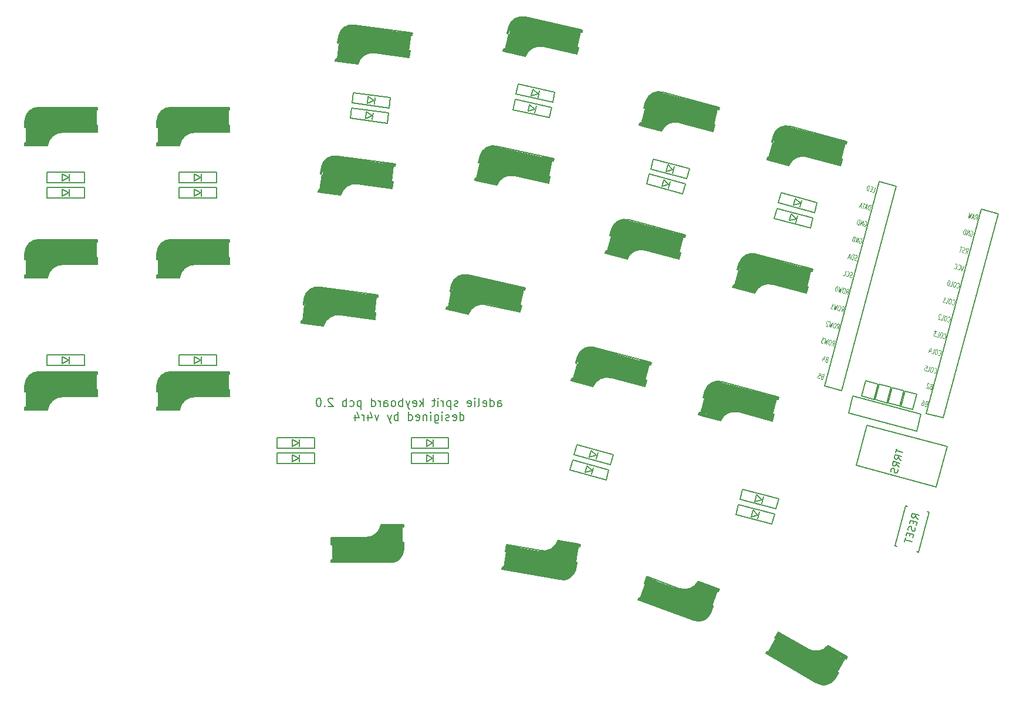
<source format=gbo>
G04 #@! TF.GenerationSoftware,KiCad,Pcbnew,(5.1.2)-1*
G04 #@! TF.CreationDate,2019-06-14T17:52:14+09:00*
G04 #@! TF.ProjectId,adelie,6164656c-6965-42e6-9b69-6361645f7063,rev?*
G04 #@! TF.SameCoordinates,Original*
G04 #@! TF.FileFunction,Legend,Bot*
G04 #@! TF.FilePolarity,Positive*
%FSLAX46Y46*%
G04 Gerber Fmt 4.6, Leading zero omitted, Abs format (unit mm)*
G04 Created by KiCad (PCBNEW (5.1.2)-1) date 2019-06-14 17:52:14*
%MOMM*%
%LPD*%
G04 APERTURE LIST*
%ADD10C,0.200000*%
%ADD11C,0.300000*%
%ADD12C,0.800000*%
%ADD13C,3.000000*%
%ADD14C,0.500000*%
%ADD15C,1.000000*%
%ADD16C,3.500000*%
%ADD17C,0.150000*%
%ADD18C,0.400000*%
%ADD19C,0.125000*%
G04 APERTURE END LIST*
D10*
X157354040Y-112589397D02*
X157354040Y-111960825D01*
X157411182Y-111846540D01*
X157525468Y-111789397D01*
X157754040Y-111789397D01*
X157868325Y-111846540D01*
X157354040Y-112532254D02*
X157468325Y-112589397D01*
X157754040Y-112589397D01*
X157868325Y-112532254D01*
X157925468Y-112417968D01*
X157925468Y-112303682D01*
X157868325Y-112189397D01*
X157754040Y-112132254D01*
X157468325Y-112132254D01*
X157354040Y-112075111D01*
X156268325Y-112589397D02*
X156268325Y-111389397D01*
X156268325Y-112532254D02*
X156382611Y-112589397D01*
X156611182Y-112589397D01*
X156725468Y-112532254D01*
X156782611Y-112475111D01*
X156839754Y-112360825D01*
X156839754Y-112017968D01*
X156782611Y-111903682D01*
X156725468Y-111846540D01*
X156611182Y-111789397D01*
X156382611Y-111789397D01*
X156268325Y-111846540D01*
X155239754Y-112532254D02*
X155354040Y-112589397D01*
X155582611Y-112589397D01*
X155696897Y-112532254D01*
X155754040Y-112417968D01*
X155754040Y-111960825D01*
X155696897Y-111846540D01*
X155582611Y-111789397D01*
X155354040Y-111789397D01*
X155239754Y-111846540D01*
X155182611Y-111960825D01*
X155182611Y-112075111D01*
X155754040Y-112189397D01*
X154496897Y-112589397D02*
X154611182Y-112532254D01*
X154668325Y-112417968D01*
X154668325Y-111389397D01*
X154039754Y-112589397D02*
X154039754Y-111789397D01*
X154039754Y-111389397D02*
X154096897Y-111446540D01*
X154039754Y-111503682D01*
X153982611Y-111446540D01*
X154039754Y-111389397D01*
X154039754Y-111503682D01*
X153011182Y-112532254D02*
X153125468Y-112589397D01*
X153354040Y-112589397D01*
X153468325Y-112532254D01*
X153525468Y-112417968D01*
X153525468Y-111960825D01*
X153468325Y-111846540D01*
X153354040Y-111789397D01*
X153125468Y-111789397D01*
X153011182Y-111846540D01*
X152954040Y-111960825D01*
X152954040Y-112075111D01*
X153525468Y-112189397D01*
X151582611Y-112532254D02*
X151468325Y-112589397D01*
X151239754Y-112589397D01*
X151125468Y-112532254D01*
X151068325Y-112417968D01*
X151068325Y-112360825D01*
X151125468Y-112246540D01*
X151239754Y-112189397D01*
X151411182Y-112189397D01*
X151525468Y-112132254D01*
X151582611Y-112017968D01*
X151582611Y-111960825D01*
X151525468Y-111846540D01*
X151411182Y-111789397D01*
X151239754Y-111789397D01*
X151125468Y-111846540D01*
X150554040Y-111789397D02*
X150554040Y-112989397D01*
X150554040Y-111846540D02*
X150439754Y-111789397D01*
X150211182Y-111789397D01*
X150096897Y-111846540D01*
X150039754Y-111903682D01*
X149982611Y-112017968D01*
X149982611Y-112360825D01*
X150039754Y-112475111D01*
X150096897Y-112532254D01*
X150211182Y-112589397D01*
X150439754Y-112589397D01*
X150554040Y-112532254D01*
X149468325Y-112589397D02*
X149468325Y-111789397D01*
X149468325Y-112017968D02*
X149411182Y-111903682D01*
X149354040Y-111846540D01*
X149239754Y-111789397D01*
X149125468Y-111789397D01*
X148725468Y-112589397D02*
X148725468Y-111789397D01*
X148725468Y-111389397D02*
X148782611Y-111446540D01*
X148725468Y-111503682D01*
X148668325Y-111446540D01*
X148725468Y-111389397D01*
X148725468Y-111503682D01*
X148325468Y-111789397D02*
X147868325Y-111789397D01*
X148154040Y-111389397D02*
X148154040Y-112417968D01*
X148096897Y-112532254D01*
X147982611Y-112589397D01*
X147868325Y-112589397D01*
X146554040Y-112589397D02*
X146554040Y-111389397D01*
X146439754Y-112132254D02*
X146096897Y-112589397D01*
X146096897Y-111789397D02*
X146554040Y-112246540D01*
X145125468Y-112532254D02*
X145239754Y-112589397D01*
X145468325Y-112589397D01*
X145582611Y-112532254D01*
X145639754Y-112417968D01*
X145639754Y-111960825D01*
X145582611Y-111846540D01*
X145468325Y-111789397D01*
X145239754Y-111789397D01*
X145125468Y-111846540D01*
X145068325Y-111960825D01*
X145068325Y-112075111D01*
X145639754Y-112189397D01*
X144668325Y-111789397D02*
X144382611Y-112589397D01*
X144096897Y-111789397D02*
X144382611Y-112589397D01*
X144496897Y-112875111D01*
X144554040Y-112932254D01*
X144668325Y-112989397D01*
X143639754Y-112589397D02*
X143639754Y-111389397D01*
X143639754Y-111846540D02*
X143525468Y-111789397D01*
X143296897Y-111789397D01*
X143182611Y-111846540D01*
X143125468Y-111903682D01*
X143068325Y-112017968D01*
X143068325Y-112360825D01*
X143125468Y-112475111D01*
X143182611Y-112532254D01*
X143296897Y-112589397D01*
X143525468Y-112589397D01*
X143639754Y-112532254D01*
X142382611Y-112589397D02*
X142496897Y-112532254D01*
X142554040Y-112475111D01*
X142611182Y-112360825D01*
X142611182Y-112017968D01*
X142554040Y-111903682D01*
X142496897Y-111846540D01*
X142382611Y-111789397D01*
X142211182Y-111789397D01*
X142096897Y-111846540D01*
X142039754Y-111903682D01*
X141982611Y-112017968D01*
X141982611Y-112360825D01*
X142039754Y-112475111D01*
X142096897Y-112532254D01*
X142211182Y-112589397D01*
X142382611Y-112589397D01*
X140954040Y-112589397D02*
X140954040Y-111960825D01*
X141011182Y-111846540D01*
X141125468Y-111789397D01*
X141354040Y-111789397D01*
X141468325Y-111846540D01*
X140954040Y-112532254D02*
X141068325Y-112589397D01*
X141354040Y-112589397D01*
X141468325Y-112532254D01*
X141525468Y-112417968D01*
X141525468Y-112303682D01*
X141468325Y-112189397D01*
X141354040Y-112132254D01*
X141068325Y-112132254D01*
X140954040Y-112075111D01*
X140382611Y-112589397D02*
X140382611Y-111789397D01*
X140382611Y-112017968D02*
X140325468Y-111903682D01*
X140268325Y-111846540D01*
X140154040Y-111789397D01*
X140039754Y-111789397D01*
X139125468Y-112589397D02*
X139125468Y-111389397D01*
X139125468Y-112532254D02*
X139239754Y-112589397D01*
X139468325Y-112589397D01*
X139582611Y-112532254D01*
X139639754Y-112475111D01*
X139696897Y-112360825D01*
X139696897Y-112017968D01*
X139639754Y-111903682D01*
X139582611Y-111846540D01*
X139468325Y-111789397D01*
X139239754Y-111789397D01*
X139125468Y-111846540D01*
X137639754Y-111789397D02*
X137639754Y-112989397D01*
X137639754Y-111846540D02*
X137525468Y-111789397D01*
X137296897Y-111789397D01*
X137182611Y-111846540D01*
X137125468Y-111903682D01*
X137068325Y-112017968D01*
X137068325Y-112360825D01*
X137125468Y-112475111D01*
X137182611Y-112532254D01*
X137296897Y-112589397D01*
X137525468Y-112589397D01*
X137639754Y-112532254D01*
X136039754Y-112532254D02*
X136154040Y-112589397D01*
X136382611Y-112589397D01*
X136496897Y-112532254D01*
X136554040Y-112475111D01*
X136611182Y-112360825D01*
X136611182Y-112017968D01*
X136554040Y-111903682D01*
X136496897Y-111846540D01*
X136382611Y-111789397D01*
X136154040Y-111789397D01*
X136039754Y-111846540D01*
X135525468Y-112589397D02*
X135525468Y-111389397D01*
X135525468Y-111846540D02*
X135411182Y-111789397D01*
X135182611Y-111789397D01*
X135068325Y-111846540D01*
X135011182Y-111903682D01*
X134954040Y-112017968D01*
X134954040Y-112360825D01*
X135011182Y-112475111D01*
X135068325Y-112532254D01*
X135182611Y-112589397D01*
X135411182Y-112589397D01*
X135525468Y-112532254D01*
X133582611Y-111503682D02*
X133525468Y-111446540D01*
X133411182Y-111389397D01*
X133125468Y-111389397D01*
X133011182Y-111446540D01*
X132954040Y-111503682D01*
X132896897Y-111617968D01*
X132896897Y-111732254D01*
X132954040Y-111903682D01*
X133639754Y-112589397D01*
X132896897Y-112589397D01*
X132382611Y-112475111D02*
X132325468Y-112532254D01*
X132382611Y-112589397D01*
X132439754Y-112532254D01*
X132382611Y-112475111D01*
X132382611Y-112589397D01*
X131582611Y-111389397D02*
X131468325Y-111389397D01*
X131354040Y-111446540D01*
X131296897Y-111503682D01*
X131239754Y-111617968D01*
X131182611Y-111846540D01*
X131182611Y-112132254D01*
X131239754Y-112360825D01*
X131296897Y-112475111D01*
X131354040Y-112532254D01*
X131468325Y-112589397D01*
X131582611Y-112589397D01*
X131696897Y-112532254D01*
X131754040Y-112475111D01*
X131811182Y-112360825D01*
X131868325Y-112132254D01*
X131868325Y-111846540D01*
X131811182Y-111617968D01*
X131754040Y-111503682D01*
X131696897Y-111446540D01*
X131582611Y-111389397D01*
X151896897Y-114589397D02*
X151896897Y-113389397D01*
X151896897Y-114532254D02*
X152011182Y-114589397D01*
X152239754Y-114589397D01*
X152354040Y-114532254D01*
X152411182Y-114475111D01*
X152468325Y-114360825D01*
X152468325Y-114017968D01*
X152411182Y-113903682D01*
X152354040Y-113846540D01*
X152239754Y-113789397D01*
X152011182Y-113789397D01*
X151896897Y-113846540D01*
X150868325Y-114532254D02*
X150982611Y-114589397D01*
X151211182Y-114589397D01*
X151325468Y-114532254D01*
X151382611Y-114417968D01*
X151382611Y-113960825D01*
X151325468Y-113846540D01*
X151211182Y-113789397D01*
X150982611Y-113789397D01*
X150868325Y-113846540D01*
X150811182Y-113960825D01*
X150811182Y-114075111D01*
X151382611Y-114189397D01*
X150354040Y-114532254D02*
X150239754Y-114589397D01*
X150011182Y-114589397D01*
X149896897Y-114532254D01*
X149839754Y-114417968D01*
X149839754Y-114360825D01*
X149896897Y-114246540D01*
X150011182Y-114189397D01*
X150182611Y-114189397D01*
X150296897Y-114132254D01*
X150354040Y-114017968D01*
X150354040Y-113960825D01*
X150296897Y-113846540D01*
X150182611Y-113789397D01*
X150011182Y-113789397D01*
X149896897Y-113846540D01*
X149325468Y-114589397D02*
X149325468Y-113789397D01*
X149325468Y-113389397D02*
X149382611Y-113446540D01*
X149325468Y-113503682D01*
X149268325Y-113446540D01*
X149325468Y-113389397D01*
X149325468Y-113503682D01*
X148239754Y-113789397D02*
X148239754Y-114760825D01*
X148296897Y-114875111D01*
X148354040Y-114932254D01*
X148468325Y-114989397D01*
X148639754Y-114989397D01*
X148754040Y-114932254D01*
X148239754Y-114532254D02*
X148354040Y-114589397D01*
X148582611Y-114589397D01*
X148696897Y-114532254D01*
X148754040Y-114475111D01*
X148811182Y-114360825D01*
X148811182Y-114017968D01*
X148754040Y-113903682D01*
X148696897Y-113846540D01*
X148582611Y-113789397D01*
X148354040Y-113789397D01*
X148239754Y-113846540D01*
X147668325Y-114589397D02*
X147668325Y-113789397D01*
X147668325Y-113389397D02*
X147725468Y-113446540D01*
X147668325Y-113503682D01*
X147611182Y-113446540D01*
X147668325Y-113389397D01*
X147668325Y-113503682D01*
X147096897Y-113789397D02*
X147096897Y-114589397D01*
X147096897Y-113903682D02*
X147039754Y-113846540D01*
X146925468Y-113789397D01*
X146754040Y-113789397D01*
X146639754Y-113846540D01*
X146582611Y-113960825D01*
X146582611Y-114589397D01*
X145554040Y-114532254D02*
X145668325Y-114589397D01*
X145896897Y-114589397D01*
X146011182Y-114532254D01*
X146068325Y-114417968D01*
X146068325Y-113960825D01*
X146011182Y-113846540D01*
X145896897Y-113789397D01*
X145668325Y-113789397D01*
X145554040Y-113846540D01*
X145496897Y-113960825D01*
X145496897Y-114075111D01*
X146068325Y-114189397D01*
X144468325Y-114589397D02*
X144468325Y-113389397D01*
X144468325Y-114532254D02*
X144582611Y-114589397D01*
X144811182Y-114589397D01*
X144925468Y-114532254D01*
X144982611Y-114475111D01*
X145039754Y-114360825D01*
X145039754Y-114017968D01*
X144982611Y-113903682D01*
X144925468Y-113846540D01*
X144811182Y-113789397D01*
X144582611Y-113789397D01*
X144468325Y-113846540D01*
X142982611Y-114589397D02*
X142982611Y-113389397D01*
X142982611Y-113846540D02*
X142868325Y-113789397D01*
X142639754Y-113789397D01*
X142525468Y-113846540D01*
X142468325Y-113903682D01*
X142411182Y-114017968D01*
X142411182Y-114360825D01*
X142468325Y-114475111D01*
X142525468Y-114532254D01*
X142639754Y-114589397D01*
X142868325Y-114589397D01*
X142982611Y-114532254D01*
X142011182Y-113789397D02*
X141725468Y-114589397D01*
X141439754Y-113789397D02*
X141725468Y-114589397D01*
X141839754Y-114875111D01*
X141896897Y-114932254D01*
X142011182Y-114989397D01*
X140182611Y-113789397D02*
X139896897Y-114589397D01*
X139611182Y-113789397D01*
X138639754Y-113789397D02*
X138639754Y-114589397D01*
X138925468Y-113332254D02*
X139211182Y-114189397D01*
X138468325Y-114189397D01*
X138011182Y-114589397D02*
X138011182Y-113789397D01*
X138011182Y-114017968D02*
X137954040Y-113903682D01*
X137896897Y-113846540D01*
X137782611Y-113789397D01*
X137668325Y-113789397D01*
X136754040Y-113789397D02*
X136754040Y-114589397D01*
X137039754Y-113332254D02*
X137325468Y-114189397D01*
X136582611Y-114189397D01*
D11*
X187106169Y-111226005D02*
X187339106Y-110356673D01*
D12*
X187019730Y-113480453D02*
X187485604Y-111741787D01*
D13*
X189017092Y-110392178D02*
X188437338Y-112555852D01*
D14*
X196732610Y-114323042D02*
X195380314Y-113960695D01*
D15*
X197045051Y-111611514D02*
X196398003Y-114026329D01*
D16*
X195478765Y-112434161D02*
X189007062Y-110700073D01*
D17*
X196944742Y-114690465D02*
X197203561Y-113724539D01*
X197203561Y-113724539D02*
X197010376Y-113672775D01*
X196991057Y-113667599D02*
X197573400Y-111494266D01*
X197592719Y-111499442D02*
X197785904Y-111551206D01*
X186983694Y-111296717D02*
X187176879Y-111348481D01*
X187205857Y-111356245D02*
X186626102Y-113519919D01*
X186597125Y-113512155D02*
X186403939Y-113460391D01*
X186310765Y-113808124D02*
X186403939Y-113460391D01*
X187242513Y-110330791D02*
X186983694Y-111296717D01*
X186310765Y-113808124D02*
X189479001Y-114657051D01*
X192115113Y-113396370D02*
X196944742Y-114690465D01*
X197876490Y-111213132D02*
X189762713Y-109039052D01*
X189488114Y-114637264D02*
G75*
G02X192115113Y-113396370I2002576J-838342D01*
G01*
X187242513Y-110330792D02*
G75*
G02X189762713Y-109039052I1905970J-614230D01*
G01*
X197785904Y-111551206D02*
X197876490Y-111213132D01*
D15*
X189205272Y-114147367D02*
G75*
G02X191832270Y-112906472I2002576J-838341D01*
G01*
D14*
X186555714Y-113666703D02*
X189163713Y-114365514D01*
D18*
X197631542Y-111354554D02*
X196279245Y-110992207D01*
X196984494Y-113769368D02*
X196803321Y-114445516D01*
D11*
X134376981Y-60132214D02*
X134494455Y-59239914D01*
D12*
X134585546Y-62378656D02*
X134820493Y-60594057D01*
D13*
X136162721Y-59056094D02*
X135870342Y-61276930D01*
D14*
X144325311Y-61946252D02*
X142937289Y-61763515D01*
D15*
X144281154Y-59217140D02*
X143954839Y-61695752D01*
D16*
X142835644Y-60237190D02*
X136192964Y-59362664D01*
D17*
X144583587Y-62282843D02*
X144714113Y-61291398D01*
X144714113Y-61291398D02*
X144515824Y-61265293D01*
X144495995Y-61262682D02*
X144789679Y-59031931D01*
X144809508Y-59034542D02*
X145007797Y-59060647D01*
X134264784Y-60218306D02*
X134463073Y-60244412D01*
X134492817Y-60248328D02*
X134200438Y-62469164D01*
X134170695Y-62465248D02*
X133972406Y-62439143D01*
X133925416Y-62796063D02*
X133972406Y-62439143D01*
X134395310Y-59226862D02*
X134264784Y-60218306D01*
X133925416Y-62796063D02*
X137177355Y-63224189D01*
X139626363Y-61630212D02*
X144583587Y-62282843D01*
X145053481Y-58713641D02*
X136725343Y-57617221D01*
X137183809Y-63203382D02*
G75*
G02X139626363Y-61630212I2094868J-569781D01*
G01*
X134395311Y-59226863D02*
G75*
G02X136725343Y-57617221I1969837J-360195D01*
G01*
X145007797Y-59060647D02*
X145053481Y-58713641D01*
D15*
X136839441Y-62754594D02*
G75*
G02X139281995Y-61181424I2094868J-569781D01*
G01*
D14*
X134149810Y-62623879D02*
X136826711Y-62976300D01*
D18*
X144829087Y-58885825D02*
X143441064Y-58703088D01*
X144502772Y-61364437D02*
X144411403Y-62058449D01*
D17*
X227075825Y-84146127D02*
X229529277Y-84803527D01*
X229529277Y-84803527D02*
X221640472Y-114244946D01*
X221640472Y-114244946D02*
X219187021Y-113587546D01*
X219187021Y-113587546D02*
X227075825Y-84146127D01*
X212355116Y-80201724D02*
X214808567Y-80859125D01*
X214808567Y-80859125D02*
X206919763Y-110300544D01*
X206919763Y-110300544D02*
X204466311Y-109643144D01*
X204466311Y-109643144D02*
X212355116Y-80201724D01*
D11*
X196963427Y-74423999D02*
X197196364Y-73554667D01*
D12*
X196876988Y-76678447D02*
X197342862Y-74939781D01*
D13*
X198874350Y-73590172D02*
X198294596Y-75753846D01*
D14*
X206589868Y-77521036D02*
X205237572Y-77158689D01*
D15*
X206902309Y-74809508D02*
X206255261Y-77224323D01*
D16*
X205336023Y-75632155D02*
X198864320Y-73898067D01*
D17*
X206802000Y-77888459D02*
X207060819Y-76922533D01*
X207060819Y-76922533D02*
X206867634Y-76870769D01*
X206848315Y-76865593D02*
X207430658Y-74692260D01*
X207449977Y-74697436D02*
X207643162Y-74749200D01*
X196840952Y-74494711D02*
X197034137Y-74546475D01*
X197063115Y-74554239D02*
X196483360Y-76717913D01*
X196454383Y-76710149D02*
X196261197Y-76658385D01*
X196168023Y-77006118D02*
X196261197Y-76658385D01*
X197099771Y-73528785D02*
X196840952Y-74494711D01*
X196168023Y-77006118D02*
X199336259Y-77855045D01*
X201972371Y-76594364D02*
X206802000Y-77888459D01*
X207733748Y-74411126D02*
X199619971Y-72237046D01*
X199345372Y-77835258D02*
G75*
G02X201972371Y-76594364I2002576J-838342D01*
G01*
X197099771Y-73528786D02*
G75*
G02X199619971Y-72237046I1905970J-614230D01*
G01*
X207643162Y-74749200D02*
X207733748Y-74411126D01*
D15*
X199062530Y-77345361D02*
G75*
G02X201689528Y-76104466I2002576J-838341D01*
G01*
D14*
X196412972Y-76864697D02*
X199020971Y-77563508D01*
D18*
X207488800Y-74552548D02*
X206136503Y-74190201D01*
X206841752Y-76967362D02*
X206660579Y-77643510D01*
D11*
X108282040Y-91325539D02*
X108282040Y-90425540D01*
D12*
X108782040Y-93525540D02*
X108782040Y-91725541D01*
D13*
X109912040Y-90025540D02*
X109912040Y-92265540D01*
D14*
X118382040Y-91825540D02*
X116982040Y-91825540D01*
D15*
X117982040Y-89125540D02*
X117982040Y-91625540D01*
D16*
X116682040Y-90325540D02*
X109982040Y-90325540D01*
D17*
X118682040Y-92125540D02*
X118682040Y-91125540D01*
X118682040Y-91125540D02*
X118482040Y-91125540D01*
X118462040Y-91125540D02*
X118462040Y-88875540D01*
X118482040Y-88875540D02*
X118682040Y-88875540D01*
X108182040Y-91425540D02*
X108382040Y-91425540D01*
X108412040Y-91425540D02*
X108412040Y-93665540D01*
X108382040Y-93665540D02*
X108182040Y-93665540D01*
X108182040Y-94025540D02*
X108182040Y-93665540D01*
X108182040Y-90425540D02*
X108182040Y-91425540D01*
X108182040Y-94025540D02*
X111462040Y-94025540D01*
X113682040Y-92125540D02*
X118682040Y-92125540D01*
X118682040Y-88525540D02*
X110282039Y-88525540D01*
X111465722Y-94004069D02*
G75*
G02X113682040Y-92125540I2151318J-291471D01*
G01*
X108182040Y-90425541D02*
G75*
G02X110282039Y-88525540I2000000J-99999D01*
G01*
X118682040Y-88875540D02*
X118682040Y-88525540D01*
D15*
X111065722Y-93604069D02*
G75*
G02X113282040Y-91725540I2151318J-291471D01*
G01*
D14*
X108382040Y-93825540D02*
X111082040Y-93825540D01*
D18*
X118482040Y-88725540D02*
X117082040Y-88725540D01*
X118482040Y-91225540D02*
X118482040Y-91925540D01*
D11*
X131890321Y-79012034D02*
X132007795Y-78119734D01*
D12*
X132098886Y-81258476D02*
X132333833Y-79473877D01*
D13*
X133676061Y-77935914D02*
X133383682Y-80156750D01*
D14*
X141838651Y-80826072D02*
X140450629Y-80643335D01*
D15*
X141794494Y-78096960D02*
X141468179Y-80575572D01*
D16*
X140348984Y-79117010D02*
X133706304Y-78242484D01*
D17*
X142096927Y-81162663D02*
X142227453Y-80171218D01*
X142227453Y-80171218D02*
X142029164Y-80145113D01*
X142009335Y-80142502D02*
X142303019Y-77911751D01*
X142322848Y-77914362D02*
X142521137Y-77940467D01*
X131778124Y-79098126D02*
X131976413Y-79124232D01*
X132006157Y-79128148D02*
X131713778Y-81348984D01*
X131684035Y-81345068D02*
X131485746Y-81318963D01*
X131438756Y-81675883D02*
X131485746Y-81318963D01*
X131908650Y-78106682D02*
X131778124Y-79098126D01*
X131438756Y-81675883D02*
X134690695Y-82104009D01*
X137139703Y-80510032D02*
X142096927Y-81162663D01*
X142566821Y-77593461D02*
X134238683Y-76497041D01*
X134697149Y-82083202D02*
G75*
G02X137139703Y-80510032I2094868J-569781D01*
G01*
X131908651Y-78106683D02*
G75*
G02X134238683Y-76497041I1969837J-360195D01*
G01*
X142521137Y-77940467D02*
X142566821Y-77593461D01*
D15*
X134352781Y-81634414D02*
G75*
G02X136795335Y-80061244I2094868J-569781D01*
G01*
D14*
X131663150Y-81503699D02*
X134340051Y-81856120D01*
D18*
X142342427Y-77765645D02*
X140954404Y-77582908D01*
X142016112Y-80244257D02*
X141924743Y-80938269D01*
D11*
X206401860Y-150965151D02*
X205951860Y-151744573D01*
D12*
X207068848Y-148809895D02*
X206168848Y-150368740D01*
D13*
X204340239Y-151275984D02*
X205460239Y-149336087D01*
D14*
X197905004Y-145482138D02*
X199117439Y-146182138D01*
D15*
X196901414Y-148020406D02*
X198151414Y-145855343D01*
D16*
X198627247Y-147631176D02*
X204429617Y-150981176D01*
D17*
X197795196Y-145072330D02*
X197295196Y-145938356D01*
X197295196Y-145938356D02*
X197468401Y-146038356D01*
X197485722Y-146048356D02*
X196360722Y-147996913D01*
X196343401Y-147986913D02*
X196170196Y-147886913D01*
X206538463Y-150928548D02*
X206365258Y-150828548D01*
X206339277Y-150813548D02*
X207459277Y-148873651D01*
X207485258Y-148888651D02*
X207658463Y-148988651D01*
X207838463Y-148676882D02*
X207658463Y-148988651D01*
X206038463Y-151794573D02*
X206538463Y-150928548D01*
X207838463Y-148676882D02*
X204997900Y-147036882D01*
X202125323Y-147572330D02*
X197795196Y-145072330D01*
X195995196Y-148190022D02*
X203269810Y-152390022D01*
X204983975Y-147053635D02*
G75*
G02X202125323Y-147572330I-1717360J1328080D01*
G01*
X206038463Y-151794573D02*
G75*
G02X203269810Y-152390022I-1682051J1086602D01*
G01*
X196170196Y-147886913D02*
X195995196Y-148190022D01*
D15*
X205130385Y-147600045D02*
G75*
G02X202271733Y-148118740I-1717360J1328080D01*
G01*
D14*
X207565258Y-148750087D02*
X205226989Y-147400087D01*
D18*
X196268401Y-148116817D02*
X197480837Y-148816817D01*
X197518401Y-145951753D02*
X197868401Y-145345535D01*
D11*
X143702400Y-132275101D02*
X143702400Y-133175100D01*
D12*
X143202400Y-130075100D02*
X143202400Y-131875099D01*
D13*
X142072400Y-133575100D02*
X142072400Y-131335100D01*
D14*
X133602400Y-131775100D02*
X135002400Y-131775100D01*
D15*
X134002400Y-134475100D02*
X134002400Y-131975100D01*
D16*
X135302400Y-133275100D02*
X142002400Y-133275100D01*
D17*
X133302400Y-131475100D02*
X133302400Y-132475100D01*
X133302400Y-132475100D02*
X133502400Y-132475100D01*
X133522400Y-132475100D02*
X133522400Y-134725100D01*
X133502400Y-134725100D02*
X133302400Y-134725100D01*
X143802400Y-132175100D02*
X143602400Y-132175100D01*
X143572400Y-132175100D02*
X143572400Y-129935100D01*
X143602400Y-129935100D02*
X143802400Y-129935100D01*
X143802400Y-129575100D02*
X143802400Y-129935100D01*
X143802400Y-133175100D02*
X143802400Y-132175100D01*
X143802400Y-129575100D02*
X140522400Y-129575100D01*
X138302400Y-131475100D02*
X133302400Y-131475100D01*
X133302400Y-135075100D02*
X141702401Y-135075100D01*
X140518718Y-129596571D02*
G75*
G02X138302400Y-131475100I-2151318J291471D01*
G01*
X143802400Y-133175099D02*
G75*
G02X141702401Y-135075100I-2000000J99999D01*
G01*
X133302400Y-134725100D02*
X133302400Y-135075100D01*
D15*
X140918718Y-129996571D02*
G75*
G02X138702400Y-131875100I-2151318J291471D01*
G01*
D14*
X143602400Y-129775100D02*
X140902400Y-129775100D01*
D18*
X133502400Y-134875100D02*
X134902400Y-134875100D01*
X133502400Y-132375100D02*
X133502400Y-131675100D01*
D11*
X168716087Y-106283219D02*
X168949024Y-105413887D01*
D12*
X168629648Y-108537667D02*
X169095522Y-106799001D01*
D13*
X170627010Y-105449392D02*
X170047256Y-107613066D01*
D14*
X178342528Y-109380256D02*
X176990232Y-109017909D01*
D15*
X178654969Y-106668728D02*
X178007921Y-109083543D01*
D16*
X177088683Y-107491375D02*
X170616980Y-105757287D01*
D17*
X178554660Y-109747679D02*
X178813479Y-108781753D01*
X178813479Y-108781753D02*
X178620294Y-108729989D01*
X178600975Y-108724813D02*
X179183318Y-106551480D01*
X179202637Y-106556656D02*
X179395822Y-106608420D01*
X168593612Y-106353931D02*
X168786797Y-106405695D01*
X168815775Y-106413459D02*
X168236020Y-108577133D01*
X168207043Y-108569369D02*
X168013857Y-108517605D01*
X167920683Y-108865338D02*
X168013857Y-108517605D01*
X168852431Y-105388005D02*
X168593612Y-106353931D01*
X167920683Y-108865338D02*
X171088919Y-109714265D01*
X173725031Y-108453584D02*
X178554660Y-109747679D01*
X179486408Y-106270346D02*
X171372631Y-104096266D01*
X171098032Y-109694478D02*
G75*
G02X173725031Y-108453584I2002576J-838342D01*
G01*
X168852431Y-105388006D02*
G75*
G02X171372631Y-104096266I1905970J-614230D01*
G01*
X179395822Y-106608420D02*
X179486408Y-106270346D01*
D15*
X170815190Y-109204581D02*
G75*
G02X173442188Y-107963686I2002576J-838341D01*
G01*
D14*
X168165632Y-108723917D02*
X170773631Y-109422728D01*
D18*
X179241460Y-106411768D02*
X177889163Y-106049421D01*
X178594412Y-108826582D02*
X178413239Y-109502730D01*
D11*
X150574430Y-95963345D02*
X150769225Y-95084680D01*
D12*
X150586411Y-98219417D02*
X150976002Y-96462086D01*
D13*
X152447164Y-95046958D02*
X151962339Y-97233861D01*
D14*
X160326800Y-98637535D02*
X158959985Y-98334519D01*
D15*
X160520668Y-95914959D02*
X159979569Y-98355699D01*
D16*
X158991756Y-96805143D02*
X152450573Y-95354998D01*
D17*
X160554756Y-98995355D02*
X160771196Y-98019059D01*
X160771196Y-98019059D02*
X160575937Y-97975771D01*
X160556411Y-97971442D02*
X161043400Y-95774776D01*
X161062926Y-95779105D02*
X161258185Y-95822393D01*
X150455156Y-96039332D02*
X150650415Y-96082620D01*
X150679704Y-96089113D02*
X150194879Y-98276016D01*
X150165591Y-98269523D02*
X149970331Y-98226235D01*
X149892413Y-98577702D02*
X149970331Y-98226235D01*
X150671596Y-95063036D02*
X150455156Y-96039332D01*
X149892413Y-98577702D02*
X153094664Y-99287624D01*
X155673276Y-97913157D02*
X160554756Y-98995355D01*
X161333939Y-95480690D02*
X153133052Y-93662597D01*
X153102906Y-99267459D02*
G75*
G02X155673276Y-97913157I2037237J-750192D01*
G01*
X150671596Y-95063037D02*
G75*
G02X153133052Y-93662597I1930948J-530508D01*
G01*
X161258185Y-95822393D02*
X161333939Y-95480690D01*
D15*
X152798964Y-98790365D02*
G75*
G02X155369334Y-97436063I2037237J-750192D01*
G01*
D14*
X150130960Y-98425730D02*
X152766959Y-99010117D01*
D18*
X161095392Y-95632661D02*
X159728578Y-95329645D01*
X160554293Y-98073401D02*
X160402785Y-98756808D01*
D11*
X129401121Y-97907094D02*
X129518595Y-97014794D01*
D12*
X129609686Y-100153536D02*
X129844633Y-98368937D01*
D13*
X131186861Y-96830974D02*
X130894482Y-99051810D01*
D14*
X139349451Y-99721132D02*
X137961429Y-99538395D01*
D15*
X139305294Y-96992020D02*
X138978979Y-99470632D01*
D16*
X137859784Y-98012070D02*
X131217104Y-97137544D01*
D17*
X139607727Y-100057723D02*
X139738253Y-99066278D01*
X139738253Y-99066278D02*
X139539964Y-99040173D01*
X139520135Y-99037562D02*
X139813819Y-96806811D01*
X139833648Y-96809422D02*
X140031937Y-96835527D01*
X129288924Y-97993186D02*
X129487213Y-98019292D01*
X129516957Y-98023208D02*
X129224578Y-100244044D01*
X129194835Y-100240128D02*
X128996546Y-100214023D01*
X128949556Y-100570943D02*
X128996546Y-100214023D01*
X129419450Y-97001742D02*
X129288924Y-97993186D01*
X128949556Y-100570943D02*
X132201495Y-100999069D01*
X134650503Y-99405092D02*
X139607727Y-100057723D01*
X140077621Y-96488521D02*
X131749483Y-95392101D01*
X132207949Y-100978262D02*
G75*
G02X134650503Y-99405092I2094868J-569781D01*
G01*
X129419451Y-97001743D02*
G75*
G02X131749483Y-95392101I1969837J-360195D01*
G01*
X140031937Y-96835527D02*
X140077621Y-96488521D01*
D15*
X131863581Y-100529474D02*
G75*
G02X134306135Y-98956304I2094868J-569781D01*
G01*
D14*
X129173950Y-100398759D02*
X131850851Y-100751180D01*
D18*
X139853227Y-96660705D02*
X138465204Y-96477968D01*
X139526912Y-99139317D02*
X139435543Y-99833329D01*
D11*
X108282040Y-110375539D02*
X108282040Y-109475540D01*
D12*
X108782040Y-112575540D02*
X108782040Y-110775541D01*
D13*
X109912040Y-109075540D02*
X109912040Y-111315540D01*
D14*
X118382040Y-110875540D02*
X116982040Y-110875540D01*
D15*
X117982040Y-108175540D02*
X117982040Y-110675540D01*
D16*
X116682040Y-109375540D02*
X109982040Y-109375540D01*
D17*
X118682040Y-111175540D02*
X118682040Y-110175540D01*
X118682040Y-110175540D02*
X118482040Y-110175540D01*
X118462040Y-110175540D02*
X118462040Y-107925540D01*
X118482040Y-107925540D02*
X118682040Y-107925540D01*
X108182040Y-110475540D02*
X108382040Y-110475540D01*
X108412040Y-110475540D02*
X108412040Y-112715540D01*
X108382040Y-112715540D02*
X108182040Y-112715540D01*
X108182040Y-113075540D02*
X108182040Y-112715540D01*
X108182040Y-109475540D02*
X108182040Y-110475540D01*
X108182040Y-113075540D02*
X111462040Y-113075540D01*
X113682040Y-111175540D02*
X118682040Y-111175540D01*
X118682040Y-107575540D02*
X110282039Y-107575540D01*
X111465722Y-113054069D02*
G75*
G02X113682040Y-111175540I2151318J-291471D01*
G01*
X108182040Y-109475541D02*
G75*
G02X110282039Y-107575540I2000000J-99999D01*
G01*
X118682040Y-107925540D02*
X118682040Y-107575540D01*
D15*
X111065722Y-112654069D02*
G75*
G02X113282040Y-110775540I2151318J-291471D01*
G01*
D14*
X108382040Y-112875540D02*
X111082040Y-112875540D01*
D18*
X118482040Y-107775540D02*
X117082040Y-107775540D01*
X118482040Y-110275540D02*
X118482040Y-110975540D01*
D11*
X89232040Y-110375539D02*
X89232040Y-109475540D01*
D12*
X89732040Y-112575540D02*
X89732040Y-110775541D01*
D13*
X90862040Y-109075540D02*
X90862040Y-111315540D01*
D14*
X99332040Y-110875540D02*
X97932040Y-110875540D01*
D15*
X98932040Y-108175540D02*
X98932040Y-110675540D01*
D16*
X97632040Y-109375540D02*
X90932040Y-109375540D01*
D17*
X99632040Y-111175540D02*
X99632040Y-110175540D01*
X99632040Y-110175540D02*
X99432040Y-110175540D01*
X99412040Y-110175540D02*
X99412040Y-107925540D01*
X99432040Y-107925540D02*
X99632040Y-107925540D01*
X89132040Y-110475540D02*
X89332040Y-110475540D01*
X89362040Y-110475540D02*
X89362040Y-112715540D01*
X89332040Y-112715540D02*
X89132040Y-112715540D01*
X89132040Y-113075540D02*
X89132040Y-112715540D01*
X89132040Y-109475540D02*
X89132040Y-110475540D01*
X89132040Y-113075540D02*
X92412040Y-113075540D01*
X94632040Y-111175540D02*
X99632040Y-111175540D01*
X99632040Y-107575540D02*
X91232039Y-107575540D01*
X92415722Y-113054069D02*
G75*
G02X94632040Y-111175540I2151318J-291471D01*
G01*
X89132040Y-109475541D02*
G75*
G02X91232039Y-107575540I2000000J-99999D01*
G01*
X99632040Y-107925540D02*
X99632040Y-107575540D01*
D15*
X92015722Y-112654069D02*
G75*
G02X94232040Y-110775540I2151318J-291471D01*
G01*
D14*
X89332040Y-112875540D02*
X92032040Y-112875540D01*
D18*
X99432040Y-107775540D02*
X98032040Y-107775540D01*
X99432040Y-110275540D02*
X99432040Y-110975540D01*
D11*
X192036309Y-92821165D02*
X192269246Y-91951833D01*
D12*
X191949870Y-95075613D02*
X192415744Y-93336947D01*
D13*
X193947232Y-91987338D02*
X193367478Y-94151012D01*
D14*
X201662750Y-95918202D02*
X200310454Y-95555855D01*
D15*
X201975191Y-93206674D02*
X201328143Y-95621489D01*
D16*
X200408905Y-94029321D02*
X193937202Y-92295233D01*
D17*
X201874882Y-96285625D02*
X202133701Y-95319699D01*
X202133701Y-95319699D02*
X201940516Y-95267935D01*
X201921197Y-95262759D02*
X202503540Y-93089426D01*
X202522859Y-93094602D02*
X202716044Y-93146366D01*
X191913834Y-92891877D02*
X192107019Y-92943641D01*
X192135997Y-92951405D02*
X191556242Y-95115079D01*
X191527265Y-95107315D02*
X191334079Y-95055551D01*
X191240905Y-95403284D02*
X191334079Y-95055551D01*
X192172653Y-91925951D02*
X191913834Y-92891877D01*
X191240905Y-95403284D02*
X194409141Y-96252211D01*
X197045253Y-94991530D02*
X201874882Y-96285625D01*
X202806630Y-92808292D02*
X194692853Y-90634212D01*
X194418254Y-96232424D02*
G75*
G02X197045253Y-94991530I2002576J-838342D01*
G01*
X192172653Y-91925952D02*
G75*
G02X194692853Y-90634212I1905970J-614230D01*
G01*
X202716044Y-93146366D02*
X202806630Y-92808292D01*
D15*
X194135412Y-95742527D02*
G75*
G02X196762410Y-94501632I2002576J-838341D01*
G01*
D14*
X191485854Y-95261863D02*
X194093853Y-95960674D01*
D18*
X202561682Y-92949714D02*
X201209385Y-92587367D01*
X201914634Y-95364528D02*
X201733461Y-96040676D01*
D11*
X173643687Y-87891079D02*
X173876624Y-87021747D01*
D12*
X173557248Y-90145527D02*
X174023122Y-88406861D01*
D13*
X175554610Y-87057252D02*
X174974856Y-89220926D01*
D14*
X183270128Y-90988116D02*
X181917832Y-90625769D01*
D15*
X183582569Y-88276588D02*
X182935521Y-90691403D01*
D16*
X182016283Y-89099235D02*
X175544580Y-87365147D01*
D17*
X183482260Y-91355539D02*
X183741079Y-90389613D01*
X183741079Y-90389613D02*
X183547894Y-90337849D01*
X183528575Y-90332673D02*
X184110918Y-88159340D01*
X184130237Y-88164516D02*
X184323422Y-88216280D01*
X173521212Y-87961791D02*
X173714397Y-88013555D01*
X173743375Y-88021319D02*
X173163620Y-90184993D01*
X173134643Y-90177229D02*
X172941457Y-90125465D01*
X172848283Y-90473198D02*
X172941457Y-90125465D01*
X173780031Y-86995865D02*
X173521212Y-87961791D01*
X172848283Y-90473198D02*
X176016519Y-91322125D01*
X178652631Y-90061444D02*
X183482260Y-91355539D01*
X184414008Y-87878206D02*
X176300231Y-85704126D01*
X176025632Y-91302338D02*
G75*
G02X178652631Y-90061444I2002576J-838342D01*
G01*
X173780031Y-86995866D02*
G75*
G02X176300231Y-85704126I1905970J-614230D01*
G01*
X184323422Y-88216280D02*
X184414008Y-87878206D01*
D15*
X175742790Y-90812441D02*
G75*
G02X178369788Y-89571546I2002576J-838341D01*
G01*
D14*
X173093232Y-90331777D02*
X175701231Y-91030588D01*
D18*
X184169060Y-88019628D02*
X182816763Y-87657281D01*
X183522012Y-90434442D02*
X183340839Y-91110590D01*
D11*
X154691770Y-77380705D02*
X154886565Y-76502040D01*
D12*
X154703751Y-79636777D02*
X155093342Y-77879446D01*
D13*
X156564504Y-76464318D02*
X156079679Y-78651221D01*
D14*
X164444140Y-80054895D02*
X163077325Y-79751879D01*
D15*
X164638008Y-77332319D02*
X164096909Y-79773059D01*
D16*
X163109096Y-78222503D02*
X156567913Y-76772358D01*
D17*
X164672096Y-80412715D02*
X164888536Y-79436419D01*
X164888536Y-79436419D02*
X164693277Y-79393131D01*
X164673751Y-79388802D02*
X165160740Y-77192136D01*
X165180266Y-77196465D02*
X165375525Y-77239753D01*
X154572496Y-77456692D02*
X154767755Y-77499980D01*
X154797044Y-77506473D02*
X154312219Y-79693376D01*
X154282931Y-79686883D02*
X154087671Y-79643595D01*
X154009753Y-79995062D02*
X154087671Y-79643595D01*
X154788936Y-76480396D02*
X154572496Y-77456692D01*
X154009753Y-79995062D02*
X157212004Y-80704984D01*
X159790616Y-79330517D02*
X164672096Y-80412715D01*
X165451279Y-76898050D02*
X157250392Y-75079957D01*
X157220246Y-80684819D02*
G75*
G02X159790616Y-79330517I2037237J-750192D01*
G01*
X154788936Y-76480397D02*
G75*
G02X157250392Y-75079957I1930948J-530508D01*
G01*
X165375525Y-77239753D02*
X165451279Y-76898050D01*
D15*
X156916304Y-80207725D02*
G75*
G02X159486674Y-78853423I2037237J-750192D01*
G01*
D14*
X154248300Y-79843090D02*
X156884299Y-80427477D01*
D18*
X165212732Y-77050021D02*
X163845918Y-76747005D01*
X164671633Y-79490761D02*
X164520125Y-80174168D01*
D11*
X89232040Y-91325539D02*
X89232040Y-90425540D01*
D12*
X89732040Y-93525540D02*
X89732040Y-91725541D01*
D13*
X90862040Y-90025540D02*
X90862040Y-92265540D01*
D14*
X99332040Y-91825540D02*
X97932040Y-91825540D01*
D15*
X98932040Y-89125540D02*
X98932040Y-91625540D01*
D16*
X97632040Y-90325540D02*
X90932040Y-90325540D01*
D17*
X99632040Y-92125540D02*
X99632040Y-91125540D01*
X99632040Y-91125540D02*
X99432040Y-91125540D01*
X99412040Y-91125540D02*
X99412040Y-88875540D01*
X99432040Y-88875540D02*
X99632040Y-88875540D01*
X89132040Y-91425540D02*
X89332040Y-91425540D01*
X89362040Y-91425540D02*
X89362040Y-93665540D01*
X89332040Y-93665540D02*
X89132040Y-93665540D01*
X89132040Y-94025540D02*
X89132040Y-93665540D01*
X89132040Y-90425540D02*
X89132040Y-91425540D01*
X89132040Y-94025540D02*
X92412040Y-94025540D01*
X94632040Y-92125540D02*
X99632040Y-92125540D01*
X99632040Y-88525540D02*
X91232039Y-88525540D01*
X92415722Y-94004069D02*
G75*
G02X94632040Y-92125540I2151318J-291471D01*
G01*
X89132040Y-90425541D02*
G75*
G02X91232039Y-88525540I2000000J-99999D01*
G01*
X99632040Y-88875540D02*
X99632040Y-88525540D01*
D15*
X92015722Y-93604069D02*
G75*
G02X94232040Y-91725540I2151318J-291471D01*
G01*
D14*
X89332040Y-93825540D02*
X92032040Y-93825540D01*
D18*
X99432040Y-88725540D02*
X98032040Y-88725540D01*
X99432040Y-91225540D02*
X99432040Y-91925540D01*
D11*
X178573827Y-69496399D02*
X178806764Y-68627067D01*
D12*
X178487388Y-71750847D02*
X178953262Y-70012181D01*
D13*
X180484750Y-68662572D02*
X179904996Y-70826246D01*
D14*
X188200268Y-72593436D02*
X186847972Y-72231089D01*
D15*
X188512709Y-69881908D02*
X187865661Y-72296723D01*
D16*
X186946423Y-70704555D02*
X180474720Y-68970467D01*
D17*
X188412400Y-72960859D02*
X188671219Y-71994933D01*
X188671219Y-71994933D02*
X188478034Y-71943169D01*
X188458715Y-71937993D02*
X189041058Y-69764660D01*
X189060377Y-69769836D02*
X189253562Y-69821600D01*
X178451352Y-69567111D02*
X178644537Y-69618875D01*
X178673515Y-69626639D02*
X178093760Y-71790313D01*
X178064783Y-71782549D02*
X177871597Y-71730785D01*
X177778423Y-72078518D02*
X177871597Y-71730785D01*
X178710171Y-68601185D02*
X178451352Y-69567111D01*
X177778423Y-72078518D02*
X180946659Y-72927445D01*
X183582771Y-71666764D02*
X188412400Y-72960859D01*
X189344148Y-69483526D02*
X181230371Y-67309446D01*
X180955772Y-72907658D02*
G75*
G02X183582771Y-71666764I2002576J-838342D01*
G01*
X178710171Y-68601186D02*
G75*
G02X181230371Y-67309446I1905970J-614230D01*
G01*
X189253562Y-69821600D02*
X189344148Y-69483526D01*
D15*
X180672930Y-72417761D02*
G75*
G02X183299928Y-71176866I2002576J-838341D01*
G01*
D14*
X178023372Y-71937097D02*
X180631371Y-72635908D01*
D18*
X189099200Y-69624948D02*
X187746903Y-69262601D01*
X188452152Y-72039762D02*
X188270979Y-72715910D01*
D11*
X158814190Y-58787905D02*
X159008985Y-57909240D01*
D12*
X158826171Y-61043977D02*
X159215762Y-59286646D01*
D13*
X160686924Y-57871518D02*
X160202099Y-60058421D01*
D14*
X168566560Y-61462095D02*
X167199745Y-61159079D01*
D15*
X168760428Y-58739519D02*
X168219329Y-61180259D01*
D16*
X167231516Y-59629703D02*
X160690333Y-58179558D01*
D17*
X168794516Y-61819915D02*
X169010956Y-60843619D01*
X169010956Y-60843619D02*
X168815697Y-60800331D01*
X168796171Y-60796002D02*
X169283160Y-58599336D01*
X169302686Y-58603665D02*
X169497945Y-58646953D01*
X158694916Y-58863892D02*
X158890175Y-58907180D01*
X158919464Y-58913673D02*
X158434639Y-61100576D01*
X158405351Y-61094083D02*
X158210091Y-61050795D01*
X158132173Y-61402262D02*
X158210091Y-61050795D01*
X158911356Y-57887596D02*
X158694916Y-58863892D01*
X158132173Y-61402262D02*
X161334424Y-62112184D01*
X163913036Y-60737717D02*
X168794516Y-61819915D01*
X169573699Y-58305250D02*
X161372812Y-56487157D01*
X161342666Y-62092019D02*
G75*
G02X163913036Y-60737717I2037237J-750192D01*
G01*
X158911356Y-57887597D02*
G75*
G02X161372812Y-56487157I1930948J-530508D01*
G01*
X169497945Y-58646953D02*
X169573699Y-58305250D01*
D15*
X161038724Y-61614925D02*
G75*
G02X163609094Y-60260623I2037237J-750192D01*
G01*
D14*
X158370720Y-61250290D02*
X161006719Y-61834677D01*
D18*
X169335152Y-58457221D02*
X167968338Y-58154205D01*
X168794053Y-60897961D02*
X168642545Y-61581368D01*
D11*
X108282040Y-72275539D02*
X108282040Y-71375540D01*
D12*
X108782040Y-74475540D02*
X108782040Y-72675541D01*
D13*
X109912040Y-70975540D02*
X109912040Y-73215540D01*
D14*
X118382040Y-72775540D02*
X116982040Y-72775540D01*
D15*
X117982040Y-70075540D02*
X117982040Y-72575540D01*
D16*
X116682040Y-71275540D02*
X109982040Y-71275540D01*
D17*
X118682040Y-73075540D02*
X118682040Y-72075540D01*
X118682040Y-72075540D02*
X118482040Y-72075540D01*
X118462040Y-72075540D02*
X118462040Y-69825540D01*
X118482040Y-69825540D02*
X118682040Y-69825540D01*
X108182040Y-72375540D02*
X108382040Y-72375540D01*
X108412040Y-72375540D02*
X108412040Y-74615540D01*
X108382040Y-74615540D02*
X108182040Y-74615540D01*
X108182040Y-74975540D02*
X108182040Y-74615540D01*
X108182040Y-71375540D02*
X108182040Y-72375540D01*
X108182040Y-74975540D02*
X111462040Y-74975540D01*
X113682040Y-73075540D02*
X118682040Y-73075540D01*
X118682040Y-69475540D02*
X110282039Y-69475540D01*
X111465722Y-74954069D02*
G75*
G02X113682040Y-73075540I2151318J-291471D01*
G01*
X108182040Y-71375541D02*
G75*
G02X110282039Y-69475540I2000000J-99999D01*
G01*
X118682040Y-69825540D02*
X118682040Y-69475540D01*
D15*
X111065722Y-74554069D02*
G75*
G02X113282040Y-72675540I2151318J-291471D01*
G01*
D14*
X108382040Y-74775540D02*
X111082040Y-74775540D01*
D18*
X118482040Y-69675540D02*
X117082040Y-69675540D01*
X118482040Y-72175540D02*
X118482040Y-72875540D01*
D11*
X89232040Y-72275539D02*
X89232040Y-71375540D01*
D12*
X89732040Y-74475540D02*
X89732040Y-72675541D01*
D13*
X90862040Y-70975540D02*
X90862040Y-73215540D01*
D14*
X99332040Y-72775540D02*
X97932040Y-72775540D01*
D15*
X98932040Y-70075540D02*
X98932040Y-72575540D01*
D16*
X97632040Y-71275540D02*
X90932040Y-71275540D01*
D17*
X99632040Y-73075540D02*
X99632040Y-72075540D01*
X99632040Y-72075540D02*
X99432040Y-72075540D01*
X99412040Y-72075540D02*
X99412040Y-69825540D01*
X99432040Y-69825540D02*
X99632040Y-69825540D01*
X89132040Y-72375540D02*
X89332040Y-72375540D01*
X89362040Y-72375540D02*
X89362040Y-74615540D01*
X89332040Y-74615540D02*
X89132040Y-74615540D01*
X89132040Y-74975540D02*
X89132040Y-74615540D01*
X89132040Y-71375540D02*
X89132040Y-72375540D01*
X89132040Y-74975540D02*
X92412040Y-74975540D01*
X94632040Y-73075540D02*
X99632040Y-73075540D01*
X99632040Y-69475540D02*
X91232039Y-69475540D01*
X92415722Y-74954069D02*
G75*
G02X94632040Y-73075540I2151318J-291471D01*
G01*
X89132040Y-71375541D02*
G75*
G02X91232039Y-69475540I2000000J-99999D01*
G01*
X99632040Y-69825540D02*
X99632040Y-69475540D01*
D15*
X92015722Y-74554069D02*
G75*
G02X94232040Y-72675540I2151318J-291471D01*
G01*
D14*
X89332040Y-74775540D02*
X92032040Y-74775540D01*
D18*
X99432040Y-69675540D02*
X98032040Y-69675540D01*
X99432040Y-72175540D02*
X99432040Y-72875540D01*
D17*
X128702626Y-120568340D02*
X128702626Y-119568340D01*
X128602626Y-120068340D02*
X127702626Y-120568340D01*
X127702626Y-120568340D02*
X127702626Y-119568340D01*
X127702626Y-119568340D02*
X128602626Y-120068340D01*
X125502626Y-120818340D02*
X130902626Y-120818340D01*
X130902626Y-120818340D02*
X130902626Y-119318340D01*
X130902626Y-119318340D02*
X125502626Y-119318340D01*
X125502626Y-119318340D02*
X125502626Y-120818340D01*
X95535040Y-80067675D02*
X95535040Y-79067675D01*
X95435040Y-79567675D02*
X94535040Y-80067675D01*
X94535040Y-80067675D02*
X94535040Y-79067675D01*
X94535040Y-79067675D02*
X95435040Y-79567675D01*
X92335040Y-80317675D02*
X97735040Y-80317675D01*
X97735040Y-80317675D02*
X97735040Y-78817675D01*
X97735040Y-78817675D02*
X92335040Y-78817675D01*
X92335040Y-78817675D02*
X92335040Y-80317675D01*
X111364526Y-78817675D02*
X111364526Y-80317675D01*
X116764526Y-78817675D02*
X111364526Y-78817675D01*
X116764526Y-80317675D02*
X116764526Y-78817675D01*
X111364526Y-80317675D02*
X116764526Y-80317675D01*
X113564526Y-79067675D02*
X114464526Y-79567675D01*
X113564526Y-80067675D02*
X113564526Y-79067675D01*
X114464526Y-79567675D02*
X113564526Y-80067675D01*
X114564526Y-80067675D02*
X114564526Y-79067675D01*
X136522034Y-67359536D02*
X136326244Y-68846703D01*
X141875836Y-68064377D02*
X136522034Y-67359536D01*
X141680046Y-69551544D02*
X141875836Y-68064377D01*
X136326244Y-68846703D02*
X141680046Y-69551544D01*
X138670581Y-67894554D02*
X139497618Y-68507750D01*
X138540054Y-68885999D02*
X138670581Y-67894554D01*
X139497618Y-68507750D02*
X138540054Y-68885999D01*
X139531499Y-69016526D02*
X139662026Y-68025081D01*
X163166468Y-68035908D02*
X163382908Y-67059612D01*
X163177058Y-67526116D02*
X162190172Y-67819468D01*
X162190172Y-67819468D02*
X162406612Y-66843172D01*
X162406612Y-66843172D02*
X163177058Y-67526116D01*
X159988211Y-67587375D02*
X165260210Y-68756149D01*
X165260210Y-68756149D02*
X165584869Y-67291705D01*
X165584869Y-67291705D02*
X160312870Y-66122931D01*
X160312870Y-66122931D02*
X159988211Y-67587375D01*
X179803637Y-76937919D02*
X179415408Y-78386808D01*
X185019636Y-78335542D02*
X179803637Y-76937919D01*
X184631407Y-79784431D02*
X185019636Y-78335542D01*
X179415408Y-78386808D02*
X184631407Y-79784431D01*
X181863969Y-77748803D02*
X182603892Y-78464703D01*
X181605150Y-78714728D02*
X181863969Y-77748803D01*
X182603892Y-78464703D02*
X181605150Y-78714728D01*
X182571075Y-78973547D02*
X182829894Y-78007622D01*
X200973375Y-83837647D02*
X201232194Y-82871722D01*
X201006192Y-83328803D02*
X200007450Y-83578828D01*
X200007450Y-83578828D02*
X200266269Y-82612903D01*
X200266269Y-82612903D02*
X201006192Y-83328803D01*
X197817708Y-83250908D02*
X203033707Y-84648531D01*
X203033707Y-84648531D02*
X203421936Y-83199642D01*
X203421936Y-83199642D02*
X198205937Y-81802019D01*
X198205937Y-81802019D02*
X197817708Y-83250908D01*
X95535040Y-82290540D02*
X95535040Y-81290540D01*
X95435040Y-81790540D02*
X94535040Y-82290540D01*
X94535040Y-82290540D02*
X94535040Y-81290540D01*
X94535040Y-81290540D02*
X95435040Y-81790540D01*
X92335040Y-82540540D02*
X97735040Y-82540540D01*
X97735040Y-82540540D02*
X97735040Y-81040540D01*
X97735040Y-81040540D02*
X92335040Y-81040540D01*
X92335040Y-81040540D02*
X92335040Y-82540540D01*
X114564526Y-82290540D02*
X114564526Y-81290540D01*
X114464526Y-81790540D02*
X113564526Y-82290540D01*
X113564526Y-82290540D02*
X113564526Y-81290540D01*
X113564526Y-81290540D02*
X114464526Y-81790540D01*
X111364526Y-82540540D02*
X116764526Y-82540540D01*
X116764526Y-82540540D02*
X116764526Y-81040540D01*
X116764526Y-81040540D02*
X111364526Y-81040540D01*
X111364526Y-81040540D02*
X111364526Y-82540540D01*
X139259985Y-71239026D02*
X139390512Y-70247581D01*
X139226104Y-70730250D02*
X138268540Y-71108499D01*
X138268540Y-71108499D02*
X138399067Y-70117054D01*
X138399067Y-70117054D02*
X139226104Y-70730250D01*
X136054730Y-71069203D02*
X141408532Y-71774044D01*
X141408532Y-71774044D02*
X141604322Y-70286877D01*
X141604322Y-70286877D02*
X136250520Y-69582036D01*
X136250520Y-69582036D02*
X136054730Y-71069203D01*
X159850856Y-68345431D02*
X159526197Y-69809875D01*
X165122855Y-69514205D02*
X159850856Y-68345431D01*
X164798196Y-70978649D02*
X165122855Y-69514205D01*
X159526197Y-69809875D02*
X164798196Y-70978649D01*
X161944598Y-69065672D02*
X162715044Y-69748616D01*
X161728158Y-70041968D02*
X161944598Y-69065672D01*
X162715044Y-69748616D02*
X161728158Y-70041968D01*
X162704454Y-70258408D02*
X162920894Y-69282112D01*
X181985079Y-81132912D02*
X182243898Y-80166987D01*
X182017896Y-80624068D02*
X181019154Y-80874093D01*
X181019154Y-80874093D02*
X181277973Y-79908168D01*
X181277973Y-79908168D02*
X182017896Y-80624068D01*
X178829412Y-80546173D02*
X184045411Y-81943796D01*
X184045411Y-81943796D02*
X184433640Y-80494907D01*
X184433640Y-80494907D02*
X179217641Y-79097284D01*
X179217641Y-79097284D02*
X178829412Y-80546173D01*
X197616941Y-84024884D02*
X197228712Y-85473773D01*
X202832940Y-85422507D02*
X197616941Y-84024884D01*
X202444711Y-86871396D02*
X202832940Y-85422507D01*
X197228712Y-85473773D02*
X202444711Y-86871396D01*
X199677273Y-84835768D02*
X200417196Y-85551668D01*
X199418454Y-85801693D02*
X199677273Y-84835768D01*
X200417196Y-85551668D02*
X199418454Y-85801693D01*
X200384379Y-86060512D02*
X200643198Y-85094587D01*
X92340040Y-105172540D02*
X92340040Y-106672540D01*
X97740040Y-105172540D02*
X92340040Y-105172540D01*
X97740040Y-106672540D02*
X97740040Y-105172540D01*
X92340040Y-106672540D02*
X97740040Y-106672540D01*
X94540040Y-105422540D02*
X95440040Y-105922540D01*
X94540040Y-106422540D02*
X94540040Y-105422540D01*
X95440040Y-105922540D02*
X94540040Y-106422540D01*
X95540040Y-106422540D02*
X95540040Y-105422540D01*
X114581040Y-106424540D02*
X114581040Y-105424540D01*
X114481040Y-105924540D02*
X113581040Y-106424540D01*
X113581040Y-106424540D02*
X113581040Y-105424540D01*
X113581040Y-105424540D02*
X114481040Y-105924540D01*
X111381040Y-106674540D02*
X116781040Y-106674540D01*
X116781040Y-106674540D02*
X116781040Y-105174540D01*
X116781040Y-105174540D02*
X111381040Y-105174540D01*
X111381040Y-105174540D02*
X111381040Y-106674540D01*
X125502626Y-117095475D02*
X125502626Y-118595475D01*
X130902626Y-117095475D02*
X125502626Y-117095475D01*
X130902626Y-118595475D02*
X130902626Y-117095475D01*
X125502626Y-118595475D02*
X130902626Y-118595475D01*
X127702626Y-117345475D02*
X128602626Y-117845475D01*
X127702626Y-118345475D02*
X127702626Y-117345475D01*
X128602626Y-117845475D02*
X127702626Y-118345475D01*
X128702626Y-118345475D02*
X128702626Y-117345475D01*
X148054426Y-118345475D02*
X148054426Y-117345475D01*
X147954426Y-117845475D02*
X147054426Y-118345475D01*
X147054426Y-118345475D02*
X147054426Y-117345475D01*
X147054426Y-117345475D02*
X147954426Y-117845475D01*
X144854426Y-118595475D02*
X150254426Y-118595475D01*
X150254426Y-118595475D02*
X150254426Y-117095475D01*
X150254426Y-117095475D02*
X144854426Y-117095475D01*
X144854426Y-117095475D02*
X144854426Y-118595475D01*
X171529979Y-120145047D02*
X171788798Y-119179122D01*
X171562796Y-119636203D02*
X170564054Y-119886228D01*
X170564054Y-119886228D02*
X170822873Y-118920303D01*
X170822873Y-118920303D02*
X171562796Y-119636203D01*
X168374312Y-119558308D02*
X173590311Y-120955931D01*
X173590311Y-120955931D02*
X173978540Y-119507042D01*
X173978540Y-119507042D02*
X168762541Y-118109419D01*
X168762541Y-118109419D02*
X168374312Y-119558308D01*
X195424198Y-126553233D02*
X195683017Y-125587308D01*
X195457015Y-126044389D02*
X194458273Y-126294414D01*
X194458273Y-126294414D02*
X194717092Y-125328489D01*
X194717092Y-125328489D02*
X195457015Y-126044389D01*
X192268531Y-125966494D02*
X197484530Y-127364117D01*
X197484530Y-127364117D02*
X197872759Y-125915228D01*
X197872759Y-125915228D02*
X192656760Y-124517605D01*
X192656760Y-124517605D02*
X192268531Y-125966494D01*
X144854426Y-119318340D02*
X144854426Y-120818340D01*
X150254426Y-119318340D02*
X144854426Y-119318340D01*
X150254426Y-120818340D02*
X150254426Y-119318340D01*
X144854426Y-120818340D02*
X150254426Y-120818340D01*
X147054426Y-119568340D02*
X147954426Y-120068340D01*
X147054426Y-120568340D02*
X147054426Y-119568340D01*
X147954426Y-120068340D02*
X147054426Y-120568340D01*
X148054426Y-120568340D02*
X148054426Y-119568340D01*
X168145055Y-120308784D02*
X167756826Y-121757673D01*
X173361054Y-121706407D02*
X168145055Y-120308784D01*
X172972825Y-123155296D02*
X173361054Y-121706407D01*
X167756826Y-121757673D02*
X172972825Y-123155296D01*
X170205387Y-121119668D02*
X170945310Y-121835568D01*
X169946568Y-122085593D02*
X170205387Y-121119668D01*
X170945310Y-121835568D02*
X169946568Y-122085593D01*
X170912493Y-122344412D02*
X171171312Y-121378487D01*
X192075242Y-126720201D02*
X191687013Y-128169090D01*
X197291241Y-128117824D02*
X192075242Y-126720201D01*
X196903012Y-129566713D02*
X197291241Y-128117824D01*
X191687013Y-128169090D02*
X196903012Y-129566713D01*
X194135574Y-127531085D02*
X194875497Y-128246985D01*
X193876755Y-128497010D02*
X194135574Y-127531085D01*
X194875497Y-128246985D02*
X193876755Y-128497010D01*
X194842680Y-128755829D02*
X195101499Y-127789904D01*
X210587321Y-115280564D02*
X222178430Y-118386392D01*
X209034406Y-121076119D02*
X210587321Y-115280564D01*
X220625516Y-124181947D02*
X209034406Y-121076119D01*
X222178430Y-118386392D02*
X220625516Y-124181947D01*
X208601714Y-111042574D02*
X218415521Y-113672176D01*
X218415521Y-113672176D02*
X217758120Y-116125627D01*
X217758120Y-116125627D02*
X207944314Y-113496026D01*
X207944314Y-113496026D02*
X208601714Y-111042574D01*
X215487410Y-112595973D02*
X217204826Y-113056153D01*
X216079070Y-110387867D02*
X215487410Y-112595973D01*
X217796486Y-110848047D02*
X216079070Y-110387867D01*
X217204826Y-113056153D02*
X217796486Y-110848047D01*
X215332846Y-112555773D02*
X215924506Y-110347667D01*
X215924506Y-110347667D02*
X214207090Y-109887487D01*
X214207090Y-109887487D02*
X213615430Y-112095593D01*
X213615430Y-112095593D02*
X215332846Y-112555773D01*
X211740942Y-111593403D02*
X213458358Y-112053583D01*
X212332602Y-109385297D02*
X211740942Y-111593403D01*
X214050018Y-109845477D02*
X212332602Y-109385297D01*
X213458358Y-112053583D02*
X214050018Y-109845477D01*
X211583126Y-111551813D02*
X212174786Y-109343707D01*
X212174786Y-109343707D02*
X210457370Y-108883527D01*
X210457370Y-108883527D02*
X209865710Y-111091633D01*
X209865710Y-111091633D02*
X211583126Y-111551813D01*
X219326824Y-127733850D02*
X219568305Y-127798555D01*
X219568305Y-127798555D02*
X218015391Y-133594110D01*
X218015391Y-133594110D02*
X217773910Y-133529405D01*
X214876132Y-132752948D02*
X214634651Y-132688243D01*
X214634651Y-132688243D02*
X216187565Y-126892688D01*
X216187565Y-126892688D02*
X216429046Y-126957393D01*
D18*
X158632064Y-133429008D02*
X158753618Y-132739643D01*
X158197944Y-135891028D02*
X159576674Y-136134135D01*
D14*
X169030108Y-132622355D02*
X166371127Y-132153505D01*
D15*
X166348739Y-132374444D02*
G75*
G02X163839888Y-133839575I-2068022J660615D01*
G01*
D17*
X158027029Y-135708577D02*
X157966252Y-136053260D01*
X168636665Y-136005431D02*
G75*
G02X166238638Y-137511904I-1952250J445777D01*
G01*
X166024276Y-131911062D02*
G75*
G02X163515425Y-133376193I-2068022J660615D01*
G01*
X157966252Y-136053260D02*
X166238638Y-137511904D01*
X163515425Y-133376193D02*
X158591386Y-132507952D01*
X169261799Y-132460123D02*
X166031629Y-131890557D01*
X168636665Y-136005431D02*
X168810313Y-135020623D01*
X169261799Y-132460123D02*
X169199285Y-132814654D01*
X169002324Y-132779924D02*
X169199285Y-132814654D01*
X168583808Y-134980684D02*
X168972780Y-132774714D01*
X168810313Y-135020623D02*
X168613352Y-134985893D01*
X158223991Y-135743306D02*
X158027029Y-135708577D01*
X158634395Y-133530962D02*
X158243687Y-135746779D01*
X158417738Y-133492759D02*
X158614699Y-133527489D01*
X158591386Y-132507952D02*
X158417738Y-133492759D01*
D16*
X160248435Y-134627902D02*
X166846647Y-135791345D01*
D15*
X158759807Y-135583929D02*
X159193927Y-133121909D01*
D14*
X158834734Y-132855488D02*
X160213465Y-133098596D01*
D13*
X166863489Y-136098942D02*
X167252461Y-133892973D01*
D12*
X168584090Y-132848338D02*
X168271523Y-134620991D01*
D11*
X168694468Y-135101740D02*
X168538185Y-135988066D01*
X188322185Y-141418411D02*
X188014368Y-142264133D01*
D12*
X188604784Y-139180076D02*
X187989148Y-140871522D01*
D13*
X186345860Y-142082517D02*
X187111986Y-139977606D01*
D14*
X179002300Y-137494160D02*
X180317870Y-137972988D01*
D15*
X178454723Y-140168138D02*
X179309773Y-137818907D01*
D16*
X180086747Y-139485133D02*
X186382688Y-141776668D01*
D17*
X178822999Y-137109646D02*
X178480978Y-138049339D01*
X178480978Y-138049339D02*
X178668917Y-138117743D01*
X178687711Y-138124583D02*
X177918165Y-140238892D01*
X177899372Y-140232051D02*
X177711433Y-140163647D01*
X188450357Y-141358643D02*
X188262418Y-141290239D01*
X188234228Y-141279978D02*
X189000353Y-139175066D01*
X189028544Y-139185327D02*
X189216482Y-139253731D01*
X189339609Y-138915442D02*
X189216482Y-139253731D01*
X188108337Y-142298335D02*
X188450357Y-141358643D01*
X189339609Y-138915442D02*
X186257418Y-137793616D01*
X183521462Y-138819747D02*
X178822999Y-137109646D01*
X177591726Y-140492540D02*
X185485145Y-143365509D01*
X186246614Y-137812531D02*
G75*
G02X183521462Y-138819747I-1921889J1009686D01*
G01*
X188108337Y-142298335D02*
G75*
G02X185485145Y-143365509I-1845183J778009D01*
G01*
X177711433Y-140163647D02*
X177591726Y-140492540D01*
D15*
X186485683Y-138325216D02*
G75*
G02X183760531Y-139332432I-1921889J1009686D01*
G01*
D14*
X189083267Y-139034976D02*
X186546097Y-138111522D01*
D18*
X177848069Y-140373005D02*
X179163638Y-140851833D01*
X178703119Y-138023774D02*
X178942533Y-137365989D01*
D19*
X226117642Y-85621178D02*
X226371065Y-85319341D01*
X226393621Y-85695126D02*
X226587735Y-84970681D01*
X226403750Y-84921383D01*
X226348510Y-84943555D01*
X226316268Y-84971890D01*
X226274782Y-85034723D01*
X226247052Y-85138215D01*
X226251563Y-85213372D01*
X226265318Y-85254031D01*
X226302071Y-85300853D01*
X226486056Y-85350152D01*
X225989118Y-85364895D02*
X225759135Y-85303271D01*
X225979653Y-85584203D02*
X226012780Y-84816623D01*
X225657678Y-85497930D01*
X225736801Y-84742674D02*
X225427695Y-85436307D01*
X225474355Y-84894197D01*
X225243709Y-85387008D01*
X225322833Y-84631752D01*
X211373934Y-81670612D02*
X211603916Y-81732236D01*
X211798031Y-81007791D01*
X211314625Y-81248005D02*
X211153638Y-81204868D01*
X210982964Y-81565852D02*
X211212946Y-81627476D01*
X211407061Y-80903031D01*
X211177078Y-80841408D01*
X210775980Y-81510391D02*
X210970094Y-80785946D01*
X210855103Y-80755135D01*
X210776865Y-80771145D01*
X210712381Y-80827815D01*
X210670896Y-80890647D01*
X210610924Y-81022474D01*
X210583193Y-81125966D01*
X210569217Y-81270118D01*
X210573728Y-81345275D01*
X210601238Y-81426595D01*
X210660989Y-81479579D01*
X210775980Y-81510391D01*
X225634708Y-87316154D02*
X225689948Y-87293981D01*
X225758943Y-87312468D01*
X225818694Y-87365453D01*
X225846204Y-87446772D01*
X225850715Y-87521929D01*
X225836739Y-87666081D01*
X225809008Y-87769573D01*
X225749036Y-87901400D01*
X225707551Y-87964233D01*
X225643067Y-88020903D01*
X225564829Y-88036913D01*
X225518832Y-88024588D01*
X225459081Y-87971604D01*
X225445326Y-87930944D01*
X225510031Y-87689463D01*
X225602024Y-87714112D01*
X225219855Y-87944477D02*
X225413970Y-87220033D01*
X224943876Y-87870529D01*
X225137991Y-87146085D01*
X224713894Y-87808906D02*
X224908008Y-87084461D01*
X224793017Y-87053649D01*
X224714779Y-87069660D01*
X224650295Y-87126330D01*
X224608810Y-87189162D01*
X224548838Y-87320989D01*
X224521107Y-87424481D01*
X224507131Y-87568633D01*
X224511642Y-87643790D01*
X224539152Y-87725109D01*
X224598903Y-87778094D01*
X224713894Y-87808906D01*
X210957601Y-84296845D02*
X211151716Y-83572400D01*
X211036724Y-83541588D01*
X210958486Y-83557599D01*
X210894003Y-83614269D01*
X210852517Y-83677101D01*
X210792545Y-83808928D01*
X210764814Y-83912420D01*
X210750838Y-84056572D01*
X210755350Y-84131729D01*
X210782859Y-84213048D01*
X210842610Y-84266033D01*
X210957601Y-84296845D01*
X210553098Y-83966613D02*
X210323115Y-83904990D01*
X210543633Y-84185922D02*
X210576760Y-83418341D01*
X210221658Y-84099649D01*
X210323779Y-83350555D02*
X210047800Y-83276607D01*
X209991675Y-84038026D02*
X210185790Y-83313581D01*
X209771158Y-83757093D02*
X209541176Y-83695470D01*
X209761693Y-83976402D02*
X209794820Y-83208821D01*
X209439718Y-83890129D01*
X224733847Y-90509593D02*
X224987270Y-90207756D01*
X225009825Y-90583542D02*
X225203940Y-89859097D01*
X225019954Y-89809799D01*
X224964714Y-89831971D01*
X224932472Y-89860306D01*
X224890987Y-89923138D01*
X224863256Y-90026631D01*
X224867767Y-90101788D01*
X224881522Y-90142447D01*
X224918275Y-90189269D01*
X225102261Y-90238568D01*
X224559104Y-90425797D02*
X224480866Y-90441808D01*
X224365875Y-90410996D01*
X224329122Y-90364174D01*
X224315367Y-90323514D01*
X224310856Y-90248357D01*
X224329343Y-90179362D01*
X224370828Y-90116530D01*
X224403070Y-90088195D01*
X224458310Y-90066022D01*
X224559547Y-90056174D01*
X224614787Y-90034002D01*
X224647028Y-90005667D01*
X224688514Y-89942834D01*
X224707001Y-89873840D01*
X224702490Y-89798683D01*
X224688735Y-89758023D01*
X224651982Y-89711201D01*
X224536991Y-89680389D01*
X224458753Y-89696399D01*
X224330007Y-89624928D02*
X224054028Y-89550979D01*
X223997903Y-90312398D02*
X224192017Y-89587954D01*
X210301500Y-85902975D02*
X210356740Y-85880802D01*
X210425735Y-85899289D01*
X210485486Y-85952274D01*
X210512996Y-86033593D01*
X210517507Y-86108750D01*
X210503531Y-86252902D01*
X210475800Y-86356394D01*
X210415828Y-86488221D01*
X210374343Y-86551054D01*
X210309859Y-86607724D01*
X210231621Y-86623734D01*
X210185624Y-86611409D01*
X210125873Y-86558425D01*
X210112118Y-86517765D01*
X210176823Y-86276284D01*
X210268816Y-86300933D01*
X209886647Y-86531298D02*
X210080762Y-85806854D01*
X209610668Y-86457350D01*
X209804783Y-85732906D01*
X209380686Y-86395727D02*
X209574800Y-85671282D01*
X209459809Y-85640470D01*
X209381571Y-85656481D01*
X209317087Y-85713151D01*
X209275602Y-85775983D01*
X209215630Y-85907810D01*
X209187899Y-86011302D01*
X209173923Y-86155454D01*
X209178434Y-86230611D01*
X209205944Y-86311930D01*
X209265695Y-86364915D01*
X209380686Y-86395727D01*
X224588696Y-92323844D02*
X224233594Y-93005152D01*
X224266720Y-92237571D01*
X223654127Y-92775936D02*
X223667881Y-92816596D01*
X223727633Y-92869580D01*
X223773629Y-92881905D01*
X223851867Y-92865894D01*
X223916351Y-92809224D01*
X223957836Y-92746392D01*
X224017809Y-92614565D01*
X224045539Y-92511073D01*
X224059515Y-92366921D01*
X224055004Y-92291764D01*
X224027495Y-92210445D01*
X223967743Y-92157460D01*
X223921747Y-92145136D01*
X223843509Y-92161146D01*
X223811267Y-92189481D01*
X223171164Y-92646526D02*
X223184919Y-92687186D01*
X223244670Y-92740170D01*
X223290666Y-92752495D01*
X223368904Y-92736485D01*
X223433388Y-92679815D01*
X223474873Y-92616983D01*
X223534846Y-92485156D01*
X223562576Y-92381663D01*
X223576552Y-92237512D01*
X223572041Y-92162355D01*
X223544532Y-92081035D01*
X223484781Y-92028051D01*
X223438784Y-92015726D01*
X223360546Y-92031736D01*
X223328304Y-92060071D01*
X209644099Y-88356426D02*
X209699339Y-88334253D01*
X209768334Y-88352740D01*
X209828085Y-88405725D01*
X209855595Y-88487044D01*
X209860106Y-88562201D01*
X209846130Y-88706353D01*
X209818399Y-88809845D01*
X209758427Y-88941672D01*
X209716942Y-89004505D01*
X209652458Y-89061175D01*
X209574220Y-89077185D01*
X209528223Y-89064860D01*
X209468472Y-89011876D01*
X209454717Y-88971216D01*
X209519422Y-88729735D01*
X209611415Y-88754384D01*
X209229246Y-88984749D02*
X209423361Y-88260305D01*
X208953267Y-88910801D01*
X209147382Y-88186357D01*
X208723285Y-88849178D02*
X208917399Y-88124733D01*
X208802408Y-88093921D01*
X208724170Y-88109932D01*
X208659686Y-88166602D01*
X208618201Y-88229434D01*
X208558229Y-88361261D01*
X208530498Y-88464753D01*
X208516522Y-88608905D01*
X208521033Y-88684062D01*
X208548543Y-88765381D01*
X208608294Y-88818366D01*
X208723285Y-88849178D01*
X221554508Y-102694999D02*
X221568263Y-102735659D01*
X221628014Y-102788643D01*
X221674011Y-102800968D01*
X221752249Y-102784957D01*
X221816732Y-102728287D01*
X221858218Y-102665455D01*
X221918190Y-102533628D01*
X221945921Y-102430136D01*
X221959897Y-102285984D01*
X221955386Y-102210827D01*
X221927876Y-102129508D01*
X221868125Y-102076523D01*
X221822128Y-102064199D01*
X221743890Y-102080209D01*
X221711648Y-102108544D01*
X221431159Y-101959439D02*
X221339166Y-101934789D01*
X221283926Y-101956962D01*
X221219442Y-102013632D01*
X221159470Y-102145459D01*
X221094765Y-102386940D01*
X221080789Y-102531092D01*
X221108298Y-102612411D01*
X221145051Y-102659233D01*
X221237044Y-102683883D01*
X221292284Y-102661710D01*
X221356768Y-102605040D01*
X221416740Y-102473213D01*
X221481445Y-102231732D01*
X221495421Y-102087580D01*
X221467911Y-102006261D01*
X221431159Y-101959439D01*
X220593094Y-102511337D02*
X220823076Y-102572960D01*
X221017190Y-101848516D01*
X220672217Y-101756081D02*
X220373240Y-101675970D01*
X220460279Y-101995085D01*
X220391284Y-101976598D01*
X220336044Y-101998771D01*
X220303803Y-102027106D01*
X220262317Y-102089938D01*
X220216100Y-102262425D01*
X220220611Y-102337582D01*
X220234365Y-102378242D01*
X220271118Y-102425064D01*
X220409108Y-102462038D01*
X220464348Y-102439865D01*
X220496590Y-102411530D01*
X207502497Y-96345133D02*
X207755920Y-96043296D01*
X207778476Y-96419081D02*
X207972590Y-95694637D01*
X207788604Y-95645338D01*
X207733364Y-95667511D01*
X207701123Y-95695846D01*
X207659637Y-95758678D01*
X207631907Y-95862170D01*
X207636418Y-95937327D01*
X207650172Y-95977987D01*
X207686925Y-96024809D01*
X207870911Y-96074108D01*
X207397634Y-95540578D02*
X207305641Y-95515928D01*
X207250401Y-95538101D01*
X207185918Y-95594771D01*
X207125945Y-95726598D01*
X207061241Y-95968079D01*
X207047265Y-96112231D01*
X207074774Y-96193551D01*
X207111527Y-96240373D01*
X207203520Y-96265022D01*
X207258760Y-96242850D01*
X207323244Y-96186180D01*
X207383216Y-96054353D01*
X207447921Y-95812871D01*
X207461897Y-95668719D01*
X207434387Y-95587400D01*
X207397634Y-95540578D01*
X207029663Y-95441980D02*
X206720557Y-96135613D01*
X206767217Y-95593503D01*
X206536571Y-96086314D01*
X206615694Y-95331058D01*
X206339716Y-95257109D02*
X206293719Y-95244785D01*
X206238479Y-95266957D01*
X206206237Y-95295292D01*
X206164752Y-95358125D01*
X206104780Y-95489952D01*
X206058562Y-95662438D01*
X206044586Y-95806590D01*
X206049097Y-95881747D01*
X206062852Y-95922407D01*
X206099605Y-95969229D01*
X206145601Y-95981554D01*
X206200841Y-95959381D01*
X206233083Y-95931046D01*
X206274568Y-95868214D01*
X206334541Y-95736387D01*
X206380758Y-95563900D01*
X206394734Y-95419748D01*
X206390223Y-95344591D01*
X206376469Y-95303931D01*
X206339716Y-95257109D01*
X222201555Y-100280184D02*
X222215310Y-100320844D01*
X222275061Y-100373828D01*
X222321058Y-100386153D01*
X222399296Y-100370142D01*
X222463779Y-100313472D01*
X222505265Y-100250640D01*
X222565237Y-100118813D01*
X222592968Y-100015321D01*
X222606944Y-99871169D01*
X222602433Y-99796012D01*
X222574923Y-99714693D01*
X222515172Y-99661708D01*
X222469175Y-99649384D01*
X222390937Y-99665394D01*
X222358695Y-99693729D01*
X222078206Y-99544624D02*
X221986213Y-99519974D01*
X221930973Y-99542147D01*
X221866489Y-99598817D01*
X221806517Y-99730644D01*
X221741812Y-99972125D01*
X221727836Y-100116277D01*
X221755345Y-100197596D01*
X221792098Y-100244418D01*
X221884091Y-100269068D01*
X221939331Y-100246895D01*
X222003815Y-100190225D01*
X222063787Y-100058398D01*
X222128492Y-99816917D01*
X222142468Y-99672765D01*
X222114958Y-99591446D01*
X222078206Y-99544624D01*
X221240141Y-100096522D02*
X221470123Y-100158145D01*
X221664237Y-99433701D01*
X221277778Y-99404098D02*
X221264024Y-99363438D01*
X221227271Y-99316616D01*
X221112280Y-99285805D01*
X221057040Y-99307977D01*
X221024798Y-99336312D01*
X220983313Y-99399144D01*
X220964826Y-99468139D01*
X220960093Y-99577794D01*
X221125150Y-100065710D01*
X220826172Y-99985599D01*
X208360656Y-93974240D02*
X208282418Y-93990250D01*
X208167427Y-93959438D01*
X208130674Y-93912616D01*
X208116919Y-93871957D01*
X208112408Y-93796800D01*
X208130895Y-93727805D01*
X208172380Y-93664973D01*
X208204622Y-93636638D01*
X208259862Y-93614465D01*
X208361099Y-93604617D01*
X208416339Y-93582444D01*
X208448580Y-93554109D01*
X208490066Y-93491277D01*
X208508553Y-93422282D01*
X208504042Y-93347125D01*
X208490287Y-93306466D01*
X208453534Y-93259643D01*
X208338543Y-93228832D01*
X208260305Y-93244842D01*
X207610958Y-93736385D02*
X207624713Y-93777044D01*
X207684464Y-93830029D01*
X207730460Y-93842354D01*
X207808699Y-93826343D01*
X207873182Y-93769673D01*
X207914668Y-93706841D01*
X207974640Y-93575014D01*
X208002371Y-93471522D01*
X208016346Y-93327370D01*
X208011835Y-93252213D01*
X207984326Y-93170894D01*
X207924575Y-93117909D01*
X207878578Y-93105585D01*
X207800340Y-93121595D01*
X207768098Y-93149930D01*
X207155505Y-93688295D02*
X207385487Y-93749918D01*
X207579601Y-93025474D01*
X222860120Y-97822386D02*
X222873875Y-97863046D01*
X222933626Y-97916030D01*
X222979623Y-97928355D01*
X223057861Y-97912344D01*
X223122344Y-97855674D01*
X223163830Y-97792842D01*
X223223802Y-97661015D01*
X223251533Y-97557523D01*
X223265509Y-97413371D01*
X223260998Y-97338214D01*
X223233488Y-97256895D01*
X223173737Y-97203910D01*
X223127740Y-97191586D01*
X223049502Y-97207596D01*
X223017260Y-97235931D01*
X222736771Y-97086826D02*
X222644778Y-97062176D01*
X222589538Y-97084349D01*
X222525054Y-97141019D01*
X222465082Y-97272846D01*
X222400377Y-97514327D01*
X222386401Y-97658479D01*
X222413910Y-97739798D01*
X222450663Y-97786620D01*
X222542656Y-97811270D01*
X222597896Y-97789097D01*
X222662380Y-97732427D01*
X222722352Y-97600600D01*
X222787057Y-97359119D01*
X222801033Y-97214967D01*
X222773523Y-97133648D01*
X222736771Y-97086826D01*
X221898706Y-97638724D02*
X222128688Y-97700347D01*
X222322802Y-96975903D01*
X221484737Y-97527801D02*
X221760716Y-97601750D01*
X221622727Y-97564776D02*
X221816841Y-96840331D01*
X221835107Y-96956148D01*
X221862616Y-97037467D01*
X221899369Y-97084289D01*
X209029555Y-91523870D02*
X208951317Y-91539880D01*
X208836326Y-91509069D01*
X208799573Y-91462247D01*
X208785818Y-91421587D01*
X208781307Y-91346430D01*
X208799794Y-91277435D01*
X208841280Y-91214603D01*
X208873521Y-91186268D01*
X208928761Y-91164095D01*
X209029998Y-91154247D01*
X209085238Y-91132075D01*
X209117480Y-91103740D01*
X209158965Y-91040907D01*
X209177452Y-90971913D01*
X209172941Y-90896755D01*
X209159186Y-90856096D01*
X209122433Y-90809274D01*
X209007442Y-90778462D01*
X208929204Y-90794472D01*
X208537349Y-91428958D02*
X208731463Y-90704514D01*
X208616472Y-90673702D01*
X208538234Y-90689712D01*
X208473750Y-90746382D01*
X208432265Y-90809214D01*
X208372293Y-90941041D01*
X208344562Y-91044533D01*
X208330586Y-91188685D01*
X208335097Y-91263842D01*
X208362607Y-91345162D01*
X208422358Y-91398146D01*
X208537349Y-91428958D01*
X208132845Y-91098727D02*
X207902863Y-91037103D01*
X208123381Y-91318035D02*
X208156507Y-90550455D01*
X207801405Y-91231762D01*
X223508591Y-95402259D02*
X223522346Y-95442919D01*
X223582097Y-95495903D01*
X223628094Y-95508228D01*
X223706332Y-95492217D01*
X223770815Y-95435547D01*
X223812301Y-95372715D01*
X223872273Y-95240888D01*
X223900004Y-95137396D01*
X223913980Y-94993244D01*
X223909469Y-94918087D01*
X223881959Y-94836768D01*
X223822208Y-94783783D01*
X223776211Y-94771459D01*
X223697973Y-94787469D01*
X223665731Y-94815804D01*
X223385242Y-94666699D02*
X223293249Y-94642049D01*
X223238009Y-94664222D01*
X223173525Y-94720892D01*
X223113553Y-94852719D01*
X223048848Y-95094200D01*
X223034872Y-95238352D01*
X223062381Y-95319671D01*
X223099134Y-95366493D01*
X223191127Y-95391143D01*
X223246367Y-95368970D01*
X223310851Y-95312300D01*
X223370823Y-95180473D01*
X223435528Y-94938992D01*
X223449504Y-94794840D01*
X223421994Y-94713521D01*
X223385242Y-94666699D01*
X222547177Y-95218597D02*
X222777159Y-95280220D01*
X222971273Y-94555776D01*
X222488310Y-94426367D02*
X222442314Y-94414042D01*
X222387074Y-94436214D01*
X222354832Y-94464549D01*
X222313347Y-94527382D01*
X222253374Y-94659209D01*
X222207157Y-94831696D01*
X222193181Y-94975847D01*
X222197692Y-95051004D01*
X222211447Y-95091664D01*
X222248200Y-95138486D01*
X222294196Y-95150811D01*
X222349436Y-95128638D01*
X222381678Y-95100303D01*
X222423163Y-95037471D01*
X222483136Y-94905644D01*
X222529353Y-94733157D01*
X222543329Y-94589005D01*
X222538818Y-94513848D01*
X222525063Y-94473189D01*
X222488310Y-94426367D01*
X219111708Y-112197104D02*
X219033470Y-112213114D01*
X219001228Y-112241449D01*
X218959742Y-112304281D01*
X218932012Y-112407773D01*
X218936523Y-112482930D01*
X218950278Y-112523590D01*
X218987031Y-112570412D01*
X219171017Y-112619711D01*
X219365131Y-111895267D01*
X219204143Y-111852130D01*
X219148903Y-111874303D01*
X219116661Y-111902638D01*
X219075176Y-111965470D01*
X219056689Y-112034465D01*
X219061200Y-112109622D01*
X219074955Y-112150281D01*
X219111708Y-112197104D01*
X219272695Y-112240240D01*
X218675184Y-111710396D02*
X218767177Y-111735045D01*
X218803930Y-111781867D01*
X218817684Y-111822527D01*
X218835950Y-111938344D01*
X218821974Y-112082496D01*
X218748026Y-112358474D01*
X218706541Y-112421307D01*
X218674299Y-112449642D01*
X218619059Y-112471814D01*
X218527066Y-112447165D01*
X218490313Y-112400343D01*
X218476558Y-112359683D01*
X218472047Y-112284526D01*
X218518265Y-112112039D01*
X218559750Y-112049207D01*
X218591992Y-112020872D01*
X218647232Y-111998699D01*
X218739225Y-112023349D01*
X218775978Y-112070171D01*
X218789733Y-112110831D01*
X218794244Y-112185988D01*
X204129218Y-108248298D02*
X204050980Y-108264308D01*
X204018738Y-108292643D01*
X203977252Y-108355475D01*
X203949522Y-108458967D01*
X203954033Y-108534124D01*
X203967788Y-108574784D01*
X204004541Y-108621606D01*
X204188527Y-108670905D01*
X204382641Y-107946461D01*
X204221653Y-107903324D01*
X204166413Y-107925497D01*
X204134171Y-107953832D01*
X204092686Y-108016664D01*
X204074199Y-108085659D01*
X204078710Y-108160816D01*
X204092465Y-108201475D01*
X204129218Y-108248298D01*
X204290205Y-108291434D01*
X203669696Y-107755427D02*
X203899678Y-107817051D01*
X203830241Y-108168187D01*
X203816486Y-108127527D01*
X203779733Y-108080705D01*
X203664742Y-108049893D01*
X203609502Y-108072066D01*
X203577260Y-108100401D01*
X203535775Y-108163233D01*
X203489557Y-108335720D01*
X203494068Y-108410877D01*
X203507823Y-108451537D01*
X203544576Y-108498359D01*
X203659567Y-108529171D01*
X203714807Y-108506998D01*
X203747049Y-108478663D01*
X204786619Y-105794846D02*
X204708381Y-105810856D01*
X204676139Y-105839191D01*
X204634653Y-105902023D01*
X204606923Y-106005515D01*
X204611434Y-106080672D01*
X204625189Y-106121332D01*
X204661942Y-106168154D01*
X204845928Y-106217453D01*
X205040042Y-105493009D01*
X204879054Y-105449872D01*
X204823814Y-105472045D01*
X204791572Y-105500380D01*
X204750087Y-105563212D01*
X204731600Y-105632207D01*
X204736111Y-105707364D01*
X204749866Y-105748023D01*
X204786619Y-105794846D01*
X204947606Y-105837982D01*
X204285390Y-105549619D02*
X204155981Y-106032582D01*
X204474329Y-105304452D02*
X204450668Y-105852724D01*
X204151691Y-105772614D01*
X219846880Y-109698751D02*
X219768642Y-109714761D01*
X219736400Y-109743096D01*
X219694914Y-109805928D01*
X219667184Y-109909420D01*
X219671695Y-109984577D01*
X219685450Y-110025237D01*
X219722203Y-110072059D01*
X219906189Y-110121358D01*
X220100303Y-109396914D01*
X219939315Y-109353777D01*
X219884075Y-109375950D01*
X219851833Y-109404285D01*
X219810348Y-109467117D01*
X219791861Y-109536112D01*
X219796372Y-109611269D01*
X219810127Y-109651928D01*
X219846880Y-109698751D01*
X220007867Y-109741887D01*
X219621851Y-109342661D02*
X219608096Y-109302001D01*
X219571343Y-109255179D01*
X219456352Y-109224367D01*
X219401112Y-109246540D01*
X219368870Y-109274875D01*
X219327385Y-109337707D01*
X219308898Y-109406702D01*
X219304166Y-109516357D01*
X219469222Y-110004273D01*
X219170245Y-109924162D01*
X205504931Y-103800149D02*
X205758354Y-103498312D01*
X205780910Y-103874097D02*
X205975024Y-103149653D01*
X205791038Y-103100354D01*
X205735798Y-103122527D01*
X205703557Y-103150862D01*
X205662071Y-103213694D01*
X205634341Y-103317186D01*
X205638852Y-103392343D01*
X205652606Y-103433003D01*
X205689359Y-103479825D01*
X205873345Y-103529124D01*
X205400068Y-102995594D02*
X205308075Y-102970944D01*
X205252835Y-102993117D01*
X205188352Y-103049787D01*
X205128379Y-103181614D01*
X205063675Y-103423095D01*
X205049699Y-103567247D01*
X205077208Y-103648567D01*
X205113961Y-103695389D01*
X205205954Y-103720038D01*
X205261194Y-103697866D01*
X205325678Y-103641196D01*
X205385650Y-103509369D01*
X205450355Y-103267887D01*
X205464331Y-103123735D01*
X205436821Y-103042416D01*
X205400068Y-102995594D01*
X205032097Y-102896996D02*
X204722991Y-103590629D01*
X204769651Y-103048519D01*
X204539005Y-103541330D01*
X204618128Y-102786074D01*
X204480139Y-102749099D02*
X204181162Y-102668989D01*
X204268201Y-102988104D01*
X204199207Y-102969617D01*
X204143967Y-102991790D01*
X204111725Y-103020125D01*
X204070239Y-103082957D01*
X204024022Y-103255444D01*
X204028533Y-103330601D01*
X204042288Y-103371261D01*
X204079041Y-103418083D01*
X204217030Y-103455057D01*
X204272270Y-103432884D01*
X204304512Y-103404549D01*
X220221590Y-107669517D02*
X220235345Y-107710177D01*
X220295096Y-107763161D01*
X220341093Y-107775486D01*
X220419331Y-107759475D01*
X220483814Y-107702805D01*
X220525300Y-107639973D01*
X220585272Y-107508146D01*
X220613003Y-107404654D01*
X220626979Y-107260502D01*
X220622468Y-107185345D01*
X220594958Y-107104026D01*
X220535207Y-107051041D01*
X220489210Y-107038717D01*
X220410972Y-107054727D01*
X220378730Y-107083062D01*
X220098241Y-106933957D02*
X220006248Y-106909307D01*
X219951008Y-106931480D01*
X219886524Y-106988150D01*
X219826552Y-107119977D01*
X219761847Y-107361458D01*
X219747871Y-107505610D01*
X219775380Y-107586929D01*
X219812133Y-107633751D01*
X219904126Y-107658401D01*
X219959366Y-107636228D01*
X220023850Y-107579558D01*
X220083822Y-107447731D01*
X220148527Y-107206250D01*
X220162503Y-107062098D01*
X220134993Y-106980779D01*
X220098241Y-106933957D01*
X219260176Y-107485855D02*
X219490158Y-107547478D01*
X219684272Y-106823034D01*
X219063320Y-106656650D02*
X219293302Y-106718274D01*
X219223865Y-107069410D01*
X219210110Y-107028750D01*
X219173358Y-106981928D01*
X219058366Y-106951116D01*
X219003126Y-106973289D01*
X218970885Y-107001624D01*
X218929399Y-107064456D01*
X218883182Y-107236943D01*
X218887693Y-107312100D01*
X218901447Y-107352760D01*
X218938200Y-107399582D01*
X219053192Y-107430394D01*
X219108432Y-107408221D01*
X219140673Y-107379886D01*
X206154826Y-101374709D02*
X206408249Y-101072872D01*
X206430805Y-101448657D02*
X206624919Y-100724213D01*
X206440933Y-100674914D01*
X206385693Y-100697087D01*
X206353452Y-100725422D01*
X206311966Y-100788254D01*
X206284236Y-100891746D01*
X206288747Y-100966903D01*
X206302501Y-101007563D01*
X206339254Y-101054385D01*
X206523240Y-101103684D01*
X206049963Y-100570154D02*
X205957970Y-100545504D01*
X205902730Y-100567677D01*
X205838247Y-100624347D01*
X205778274Y-100756174D01*
X205713570Y-100997655D01*
X205699594Y-101141807D01*
X205727103Y-101223127D01*
X205763856Y-101269949D01*
X205855849Y-101294598D01*
X205911089Y-101272426D01*
X205975573Y-101215756D01*
X206035545Y-101083929D01*
X206100250Y-100842447D01*
X206114226Y-100698295D01*
X206086716Y-100616976D01*
X206049963Y-100570154D01*
X205681992Y-100471556D02*
X205372886Y-101165189D01*
X205419546Y-100623079D01*
X205188900Y-101115890D01*
X205268023Y-100360634D01*
X205088549Y-100386492D02*
X205074794Y-100345832D01*
X205038041Y-100299010D01*
X204923050Y-100268198D01*
X204867810Y-100290371D01*
X204835568Y-100318706D01*
X204794083Y-100381538D01*
X204775596Y-100450533D01*
X204770863Y-100560187D01*
X204935920Y-101048104D01*
X204636943Y-100967993D01*
X220856058Y-105108464D02*
X220869813Y-105149124D01*
X220929564Y-105202108D01*
X220975561Y-105214433D01*
X221053799Y-105198422D01*
X221118282Y-105141752D01*
X221159768Y-105078920D01*
X221219740Y-104947093D01*
X221247471Y-104843601D01*
X221261447Y-104699449D01*
X221256936Y-104624292D01*
X221229426Y-104542973D01*
X221169675Y-104489988D01*
X221123678Y-104477664D01*
X221045440Y-104493674D01*
X221013198Y-104522009D01*
X220732709Y-104372904D02*
X220640716Y-104348254D01*
X220585476Y-104370427D01*
X220520992Y-104427097D01*
X220461020Y-104558924D01*
X220396315Y-104800405D01*
X220382339Y-104944557D01*
X220409848Y-105025876D01*
X220446601Y-105072698D01*
X220538594Y-105097348D01*
X220593834Y-105075175D01*
X220658318Y-105018505D01*
X220718290Y-104886678D01*
X220782995Y-104645197D01*
X220796971Y-104501045D01*
X220769461Y-104419726D01*
X220732709Y-104372904D01*
X219894644Y-104924802D02*
X220124626Y-104986425D01*
X220318740Y-104261981D01*
X219656081Y-104343241D02*
X219526672Y-104826204D01*
X219845021Y-104098074D02*
X219821359Y-104646346D01*
X219522382Y-104566236D01*
X206828661Y-98859921D02*
X207082084Y-98558084D01*
X207104640Y-98933869D02*
X207298754Y-98209425D01*
X207114768Y-98160126D01*
X207059528Y-98182299D01*
X207027287Y-98210634D01*
X206985801Y-98273466D01*
X206958071Y-98376958D01*
X206962582Y-98452115D01*
X206976336Y-98492775D01*
X207013089Y-98539597D01*
X207197075Y-98588896D01*
X206723798Y-98055366D02*
X206631805Y-98030716D01*
X206576565Y-98052889D01*
X206512082Y-98109559D01*
X206452109Y-98241386D01*
X206387405Y-98482867D01*
X206373429Y-98627019D01*
X206400938Y-98708339D01*
X206437691Y-98755161D01*
X206529684Y-98779810D01*
X206584924Y-98757638D01*
X206649408Y-98700968D01*
X206709380Y-98569141D01*
X206774085Y-98327659D01*
X206788061Y-98183507D01*
X206760551Y-98102188D01*
X206723798Y-98055366D01*
X206355827Y-97956768D02*
X206046721Y-98650401D01*
X206093381Y-98108291D01*
X205862735Y-98601102D01*
X205941858Y-97845846D01*
X205310778Y-98453205D02*
X205586756Y-98527153D01*
X205448767Y-98490179D02*
X205642881Y-97765735D01*
X205661147Y-97881552D01*
X205688657Y-97962871D01*
X205725410Y-98009693D01*
D17*
X214894785Y-118673628D02*
X214746888Y-119225586D01*
X215786762Y-119208426D02*
X214820836Y-118949607D01*
X215478644Y-120358337D02*
X215104953Y-119913115D01*
X215626541Y-119806380D02*
X214660615Y-119547561D01*
X214562017Y-119915533D01*
X214583364Y-120019850D01*
X214617036Y-120078171D01*
X214696704Y-120148817D01*
X214834694Y-120185791D01*
X214939011Y-120164444D01*
X214997333Y-120130773D01*
X215067978Y-120051104D01*
X215166576Y-119683133D01*
X215219825Y-121324263D02*
X214846134Y-120879041D01*
X215367722Y-120772306D02*
X214401796Y-120513487D01*
X214303198Y-120881458D01*
X214324545Y-120985776D01*
X214358217Y-121044097D01*
X214437885Y-121114743D01*
X214575875Y-121151717D01*
X214680192Y-121130370D01*
X214738513Y-121096699D01*
X214809159Y-121017030D01*
X214907757Y-120649059D01*
X215075231Y-121679910D02*
X215084253Y-121830224D01*
X215022630Y-122060207D01*
X214951984Y-122139875D01*
X214893663Y-122173547D01*
X214789345Y-122194894D01*
X214697352Y-122170244D01*
X214617684Y-122099598D01*
X214584012Y-122041277D01*
X214562665Y-121936960D01*
X214565967Y-121740649D01*
X214544620Y-121636331D01*
X214510949Y-121578010D01*
X214431280Y-121507364D01*
X214339288Y-121482715D01*
X214234970Y-121504062D01*
X214176649Y-121537734D01*
X214106003Y-121617402D01*
X214044379Y-121847384D01*
X214053402Y-121997698D01*
X217947218Y-128834918D02*
X217573526Y-128389696D01*
X218095114Y-128282960D02*
X217129189Y-128024141D01*
X217030591Y-128392113D01*
X217051938Y-128496431D01*
X217085610Y-128554752D01*
X217165278Y-128625398D01*
X217303267Y-128662372D01*
X217407585Y-128641025D01*
X217465906Y-128607353D01*
X217536552Y-128527685D01*
X217635150Y-128159713D01*
X217330334Y-129113314D02*
X217244061Y-129435290D01*
X217713048Y-129708851D02*
X217836295Y-129248886D01*
X216870370Y-128990067D01*
X216747122Y-129450032D01*
X217568454Y-130064498D02*
X217577476Y-130214812D01*
X217515853Y-130444794D01*
X217445207Y-130524463D01*
X217386886Y-130558134D01*
X217282568Y-130579481D01*
X217190575Y-130554832D01*
X217110907Y-130484186D01*
X217077235Y-130425865D01*
X217055888Y-130321547D01*
X217059190Y-130125237D01*
X217037843Y-130020919D01*
X217004172Y-129962598D01*
X216924503Y-129891952D01*
X216832510Y-129867302D01*
X216728193Y-129888650D01*
X216669872Y-129922321D01*
X216599226Y-130001989D01*
X216537602Y-130231972D01*
X216546624Y-130382286D01*
X216849670Y-130907177D02*
X216763397Y-131229152D01*
X217232384Y-131502713D02*
X217355631Y-131042748D01*
X216389706Y-130783929D01*
X216266458Y-131243894D01*
X216192510Y-131519873D02*
X216044614Y-132071831D01*
X217084488Y-132054671D02*
X216118562Y-131795852D01*
M02*

</source>
